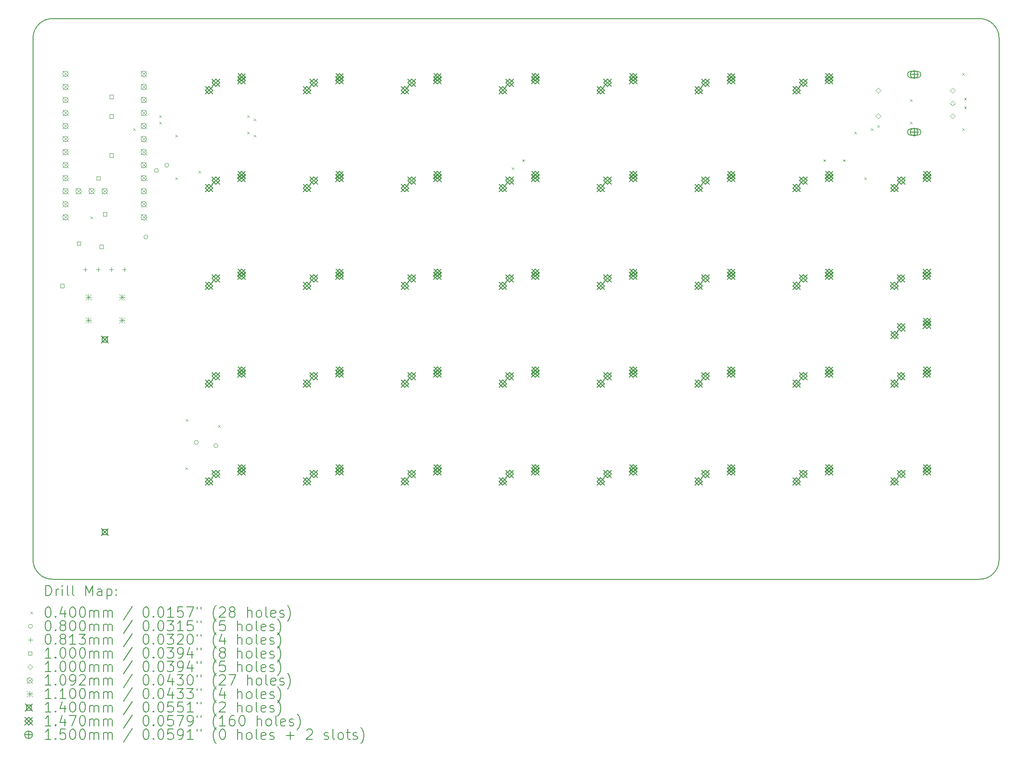
<source format=gbr>
%FSLAX45Y45*%
G04 Gerber Fmt 4.5, Leading zero omitted, Abs format (unit mm)*
G04 Created by KiCad (PCBNEW (6.0.1)) date 2022-04-05 18:46:55*
%MOMM*%
%LPD*%
G01*
G04 APERTURE LIST*
%TA.AperFunction,Profile*%
%ADD10C,0.200000*%
%TD*%
%ADD11C,0.200000*%
%ADD12C,0.040000*%
%ADD13C,0.080000*%
%ADD14C,0.081280*%
%ADD15C,0.100000*%
%ADD16C,0.109220*%
%ADD17C,0.110000*%
%ADD18C,0.140000*%
%ADD19C,0.147000*%
%ADD20C,0.150000*%
G04 APERTURE END LIST*
D10*
X26479332Y-4127668D02*
G75*
G03*
X26098332Y-3746668I-381000J0D01*
G01*
X26098332Y-14668332D02*
G75*
G03*
X26479332Y-14287332I0J381000D01*
G01*
X8064668Y-3746668D02*
X26098332Y-3746668D01*
X7683668Y-14287332D02*
X7683668Y-4127668D01*
X26098332Y-14668332D02*
X8064668Y-14668332D01*
X8064668Y-3746668D02*
G75*
G03*
X7683668Y-4127668I0J-381000D01*
G01*
X7683668Y-14287332D02*
G75*
G03*
X8064668Y-14668332I381000J0D01*
G01*
X26479332Y-4127668D02*
X26479332Y-14287332D01*
D11*
D12*
X8806500Y-7600000D02*
X8846500Y-7640000D01*
X8846500Y-7600000D02*
X8806500Y-7640000D01*
X9632000Y-5885500D02*
X9672000Y-5925500D01*
X9672000Y-5885500D02*
X9632000Y-5925500D01*
X10140000Y-5631500D02*
X10180000Y-5671500D01*
X10180000Y-5631500D02*
X10140000Y-5671500D01*
X10140000Y-5758500D02*
X10180000Y-5798500D01*
X10180000Y-5758500D02*
X10140000Y-5798500D01*
X10457500Y-6012500D02*
X10497500Y-6052500D01*
X10497500Y-6012500D02*
X10457500Y-6052500D01*
X10457500Y-6838000D02*
X10497500Y-6878000D01*
X10497500Y-6838000D02*
X10457500Y-6878000D01*
X10648000Y-12489500D02*
X10688000Y-12529500D01*
X10688000Y-12489500D02*
X10648000Y-12529500D01*
X10657000Y-11546000D02*
X10697000Y-11586000D01*
X10697000Y-11546000D02*
X10657000Y-11586000D01*
X10902000Y-6711000D02*
X10942000Y-6751000D01*
X10942000Y-6711000D02*
X10902000Y-6751000D01*
X11283000Y-11664000D02*
X11323000Y-11704000D01*
X11323000Y-11664000D02*
X11283000Y-11704000D01*
X11854500Y-5631500D02*
X11894500Y-5671500D01*
X11894500Y-5631500D02*
X11854500Y-5671500D01*
X11854500Y-5949000D02*
X11894500Y-5989000D01*
X11894500Y-5949000D02*
X11854500Y-5989000D01*
X11981500Y-5695000D02*
X12021500Y-5735000D01*
X12021500Y-5695000D02*
X11981500Y-5735000D01*
X11981500Y-6012500D02*
X12021500Y-6052500D01*
X12021500Y-6012500D02*
X11981500Y-6052500D01*
X16998000Y-6647500D02*
X17038000Y-6687500D01*
X17038000Y-6647500D02*
X16998000Y-6687500D01*
X17203602Y-6490000D02*
X17243602Y-6530000D01*
X17243602Y-6490000D02*
X17203602Y-6530000D01*
X23063500Y-6490000D02*
X23103500Y-6530000D01*
X23103500Y-6490000D02*
X23063500Y-6530000D01*
X23444500Y-6490000D02*
X23484500Y-6530000D01*
X23484500Y-6490000D02*
X23444500Y-6530000D01*
X23665500Y-5949000D02*
X23705500Y-5989000D01*
X23705500Y-5949000D02*
X23665500Y-5989000D01*
X23856000Y-6838000D02*
X23896000Y-6878000D01*
X23896000Y-6838000D02*
X23856000Y-6878000D01*
X23983000Y-5885500D02*
X24023000Y-5925500D01*
X24023000Y-5885500D02*
X23983000Y-5925500D01*
X24110000Y-5822000D02*
X24150000Y-5862000D01*
X24150000Y-5822000D02*
X24110000Y-5862000D01*
X24745000Y-5314000D02*
X24785000Y-5354000D01*
X24785000Y-5314000D02*
X24745000Y-5354000D01*
X24745000Y-5758500D02*
X24785000Y-5798500D01*
X24785000Y-5758500D02*
X24745000Y-5798500D01*
X25761000Y-4806000D02*
X25801000Y-4846000D01*
X25801000Y-4806000D02*
X25761000Y-4846000D01*
X25761000Y-5885500D02*
X25801000Y-5925500D01*
X25801000Y-5885500D02*
X25761000Y-5925500D01*
X25801750Y-5291250D02*
X25841750Y-5331250D01*
X25841750Y-5291250D02*
X25801750Y-5331250D01*
X25801750Y-5463750D02*
X25841750Y-5503750D01*
X25841750Y-5463750D02*
X25801750Y-5503750D01*
D13*
X9920600Y-8001000D02*
G75*
G03*
X9920600Y-8001000I-40000J0D01*
G01*
X10123800Y-6705600D02*
G75*
G03*
X10123800Y-6705600I-40000J0D01*
G01*
X10327000Y-6604000D02*
G75*
G03*
X10327000Y-6604000I-40000J0D01*
G01*
X10898500Y-12001500D02*
G75*
G03*
X10898500Y-12001500I-40000J0D01*
G01*
X11279500Y-12065000D02*
G75*
G03*
X11279500Y-12065000I-40000J0D01*
G01*
D14*
X8698500Y-8595360D02*
X8698500Y-8676640D01*
X8657860Y-8636000D02*
X8739140Y-8636000D01*
X8952500Y-8595360D02*
X8952500Y-8676640D01*
X8911860Y-8636000D02*
X8993140Y-8636000D01*
X9206500Y-8595360D02*
X9206500Y-8676640D01*
X9165860Y-8636000D02*
X9247140Y-8636000D01*
X9460500Y-8595360D02*
X9460500Y-8676640D01*
X9419860Y-8636000D02*
X9501140Y-8636000D01*
D15*
X8290356Y-8988856D02*
X8290356Y-8918144D01*
X8219644Y-8918144D01*
X8219644Y-8988856D01*
X8290356Y-8988856D01*
X8607856Y-8163356D02*
X8607856Y-8092644D01*
X8537144Y-8092644D01*
X8537144Y-8163356D01*
X8607856Y-8163356D01*
X8988856Y-6893356D02*
X8988856Y-6822644D01*
X8918144Y-6822644D01*
X8918144Y-6893356D01*
X8988856Y-6893356D01*
X9052356Y-8226856D02*
X9052356Y-8156144D01*
X8981644Y-8156144D01*
X8981644Y-8226856D01*
X9052356Y-8226856D01*
X9115856Y-7591856D02*
X9115856Y-7521144D01*
X9045144Y-7521144D01*
X9045144Y-7591856D01*
X9115856Y-7591856D01*
X9242856Y-5305856D02*
X9242856Y-5235144D01*
X9172144Y-5235144D01*
X9172144Y-5305856D01*
X9242856Y-5305856D01*
X9242856Y-5686856D02*
X9242856Y-5616144D01*
X9172144Y-5616144D01*
X9172144Y-5686856D01*
X9242856Y-5686856D01*
X9242856Y-6448856D02*
X9242856Y-6378144D01*
X9172144Y-6378144D01*
X9172144Y-6448856D01*
X9242856Y-6448856D01*
X24127500Y-5197000D02*
X24177500Y-5147000D01*
X24127500Y-5097000D01*
X24077500Y-5147000D01*
X24127500Y-5197000D01*
X24127500Y-5697000D02*
X24177500Y-5647000D01*
X24127500Y-5597000D01*
X24077500Y-5647000D01*
X24127500Y-5697000D01*
X25577500Y-5197000D02*
X25627500Y-5147000D01*
X25577500Y-5097000D01*
X25527500Y-5147000D01*
X25577500Y-5197000D01*
X25577500Y-5447000D02*
X25627500Y-5397000D01*
X25577500Y-5347000D01*
X25527500Y-5397000D01*
X25577500Y-5447000D01*
X25577500Y-5697000D02*
X25627500Y-5647000D01*
X25577500Y-5597000D01*
X25527500Y-5647000D01*
X25577500Y-5697000D01*
D16*
X8261120Y-4768865D02*
X8370340Y-4878085D01*
X8370340Y-4768865D02*
X8261120Y-4878085D01*
X8370340Y-4823475D02*
G75*
G03*
X8370340Y-4823475I-54610J0D01*
G01*
X8261120Y-5022865D02*
X8370340Y-5132085D01*
X8370340Y-5022865D02*
X8261120Y-5132085D01*
X8370340Y-5077475D02*
G75*
G03*
X8370340Y-5077475I-54610J0D01*
G01*
X8261120Y-5276865D02*
X8370340Y-5386085D01*
X8370340Y-5276865D02*
X8261120Y-5386085D01*
X8370340Y-5331475D02*
G75*
G03*
X8370340Y-5331475I-54610J0D01*
G01*
X8261120Y-5530865D02*
X8370340Y-5640085D01*
X8370340Y-5530865D02*
X8261120Y-5640085D01*
X8370340Y-5585475D02*
G75*
G03*
X8370340Y-5585475I-54610J0D01*
G01*
X8261120Y-5784865D02*
X8370340Y-5894085D01*
X8370340Y-5784865D02*
X8261120Y-5894085D01*
X8370340Y-5839475D02*
G75*
G03*
X8370340Y-5839475I-54610J0D01*
G01*
X8261120Y-6038865D02*
X8370340Y-6148085D01*
X8370340Y-6038865D02*
X8261120Y-6148085D01*
X8370340Y-6093475D02*
G75*
G03*
X8370340Y-6093475I-54610J0D01*
G01*
X8261120Y-6292865D02*
X8370340Y-6402085D01*
X8370340Y-6292865D02*
X8261120Y-6402085D01*
X8370340Y-6347475D02*
G75*
G03*
X8370340Y-6347475I-54610J0D01*
G01*
X8261120Y-6546865D02*
X8370340Y-6656085D01*
X8370340Y-6546865D02*
X8261120Y-6656085D01*
X8370340Y-6601475D02*
G75*
G03*
X8370340Y-6601475I-54610J0D01*
G01*
X8261120Y-6800865D02*
X8370340Y-6910085D01*
X8370340Y-6800865D02*
X8261120Y-6910085D01*
X8370340Y-6855475D02*
G75*
G03*
X8370340Y-6855475I-54610J0D01*
G01*
X8261120Y-7054865D02*
X8370340Y-7164085D01*
X8370340Y-7054865D02*
X8261120Y-7164085D01*
X8370340Y-7109475D02*
G75*
G03*
X8370340Y-7109475I-54610J0D01*
G01*
X8261120Y-7308865D02*
X8370340Y-7418085D01*
X8370340Y-7308865D02*
X8261120Y-7418085D01*
X8370340Y-7363475D02*
G75*
G03*
X8370340Y-7363475I-54610J0D01*
G01*
X8261120Y-7562865D02*
X8370340Y-7672085D01*
X8370340Y-7562865D02*
X8261120Y-7672085D01*
X8370340Y-7617475D02*
G75*
G03*
X8370340Y-7617475I-54610J0D01*
G01*
X8515120Y-7054865D02*
X8624340Y-7164085D01*
X8624340Y-7054865D02*
X8515120Y-7164085D01*
X8624340Y-7109475D02*
G75*
G03*
X8624340Y-7109475I-54610J0D01*
G01*
X8769120Y-7054865D02*
X8878340Y-7164085D01*
X8878340Y-7054865D02*
X8769120Y-7164085D01*
X8878340Y-7109475D02*
G75*
G03*
X8878340Y-7109475I-54610J0D01*
G01*
X9023120Y-7054865D02*
X9132340Y-7164085D01*
X9132340Y-7054865D02*
X9023120Y-7164085D01*
X9132340Y-7109475D02*
G75*
G03*
X9132340Y-7109475I-54610J0D01*
G01*
X9785120Y-4768865D02*
X9894340Y-4878085D01*
X9894340Y-4768865D02*
X9785120Y-4878085D01*
X9894340Y-4823475D02*
G75*
G03*
X9894340Y-4823475I-54610J0D01*
G01*
X9785120Y-5022865D02*
X9894340Y-5132085D01*
X9894340Y-5022865D02*
X9785120Y-5132085D01*
X9894340Y-5077475D02*
G75*
G03*
X9894340Y-5077475I-54610J0D01*
G01*
X9785120Y-5276865D02*
X9894340Y-5386085D01*
X9894340Y-5276865D02*
X9785120Y-5386085D01*
X9894340Y-5331475D02*
G75*
G03*
X9894340Y-5331475I-54610J0D01*
G01*
X9785120Y-5530865D02*
X9894340Y-5640085D01*
X9894340Y-5530865D02*
X9785120Y-5640085D01*
X9894340Y-5585475D02*
G75*
G03*
X9894340Y-5585475I-54610J0D01*
G01*
X9785120Y-5784865D02*
X9894340Y-5894085D01*
X9894340Y-5784865D02*
X9785120Y-5894085D01*
X9894340Y-5839475D02*
G75*
G03*
X9894340Y-5839475I-54610J0D01*
G01*
X9785120Y-6038865D02*
X9894340Y-6148085D01*
X9894340Y-6038865D02*
X9785120Y-6148085D01*
X9894340Y-6093475D02*
G75*
G03*
X9894340Y-6093475I-54610J0D01*
G01*
X9785120Y-6292865D02*
X9894340Y-6402085D01*
X9894340Y-6292865D02*
X9785120Y-6402085D01*
X9894340Y-6347475D02*
G75*
G03*
X9894340Y-6347475I-54610J0D01*
G01*
X9785120Y-6546865D02*
X9894340Y-6656085D01*
X9894340Y-6546865D02*
X9785120Y-6656085D01*
X9894340Y-6601475D02*
G75*
G03*
X9894340Y-6601475I-54610J0D01*
G01*
X9785120Y-6800865D02*
X9894340Y-6910085D01*
X9894340Y-6800865D02*
X9785120Y-6910085D01*
X9894340Y-6855475D02*
G75*
G03*
X9894340Y-6855475I-54610J0D01*
G01*
X9785120Y-7054865D02*
X9894340Y-7164085D01*
X9894340Y-7054865D02*
X9785120Y-7164085D01*
X9894340Y-7109475D02*
G75*
G03*
X9894340Y-7109475I-54610J0D01*
G01*
X9785120Y-7308865D02*
X9894340Y-7418085D01*
X9894340Y-7308865D02*
X9785120Y-7418085D01*
X9894340Y-7363475D02*
G75*
G03*
X9894340Y-7363475I-54610J0D01*
G01*
X9785120Y-7562865D02*
X9894340Y-7672085D01*
X9894340Y-7562865D02*
X9785120Y-7672085D01*
X9894340Y-7617475D02*
G75*
G03*
X9894340Y-7617475I-54610J0D01*
G01*
D17*
X8708000Y-9118000D02*
X8818000Y-9228000D01*
X8818000Y-9118000D02*
X8708000Y-9228000D01*
X8763000Y-9118000D02*
X8763000Y-9228000D01*
X8708000Y-9173000D02*
X8818000Y-9173000D01*
X8708000Y-9568000D02*
X8818000Y-9678000D01*
X8818000Y-9568000D02*
X8708000Y-9678000D01*
X8763000Y-9568000D02*
X8763000Y-9678000D01*
X8708000Y-9623000D02*
X8818000Y-9623000D01*
X9358000Y-9118000D02*
X9468000Y-9228000D01*
X9468000Y-9118000D02*
X9358000Y-9228000D01*
X9413000Y-9118000D02*
X9413000Y-9228000D01*
X9358000Y-9173000D02*
X9468000Y-9173000D01*
X9358000Y-9568000D02*
X9468000Y-9678000D01*
X9468000Y-9568000D02*
X9358000Y-9678000D01*
X9413000Y-9568000D02*
X9413000Y-9678000D01*
X9358000Y-9623000D02*
X9468000Y-9623000D01*
D18*
X9010500Y-9929500D02*
X9150500Y-10069500D01*
X9150500Y-9929500D02*
X9010500Y-10069500D01*
X9129998Y-10048998D02*
X9129998Y-9950002D01*
X9031002Y-9950002D01*
X9031002Y-10048998D01*
X9129998Y-10048998D01*
X9010500Y-13679500D02*
X9150500Y-13819500D01*
X9150500Y-13679500D02*
X9010500Y-13819500D01*
X9129998Y-13798998D02*
X9129998Y-13700002D01*
X9031002Y-13700002D01*
X9031002Y-13798998D01*
X9129998Y-13798998D01*
D19*
X11036230Y-5070800D02*
X11183230Y-5217800D01*
X11183230Y-5070800D02*
X11036230Y-5217800D01*
X11109730Y-5217800D02*
X11183230Y-5144300D01*
X11109730Y-5070800D01*
X11036230Y-5144300D01*
X11109730Y-5217800D01*
X11036230Y-6975800D02*
X11183230Y-7122800D01*
X11183230Y-6975800D02*
X11036230Y-7122800D01*
X11109730Y-7122800D02*
X11183230Y-7049300D01*
X11109730Y-6975800D01*
X11036230Y-7049300D01*
X11109730Y-7122800D01*
X11036230Y-8880800D02*
X11183230Y-9027800D01*
X11183230Y-8880800D02*
X11036230Y-9027800D01*
X11109730Y-9027800D02*
X11183230Y-8954300D01*
X11109730Y-8880800D01*
X11036230Y-8954300D01*
X11109730Y-9027800D01*
X11036230Y-10785800D02*
X11183230Y-10932800D01*
X11183230Y-10785800D02*
X11036230Y-10932800D01*
X11109730Y-10932800D02*
X11183230Y-10859300D01*
X11109730Y-10785800D01*
X11036230Y-10859300D01*
X11109730Y-10932800D01*
X11036230Y-12690800D02*
X11183230Y-12837800D01*
X11183230Y-12690800D02*
X11036230Y-12837800D01*
X11109730Y-12837800D02*
X11183230Y-12764300D01*
X11109730Y-12690800D01*
X11036230Y-12764300D01*
X11109730Y-12837800D01*
X11167230Y-4924800D02*
X11314230Y-5071800D01*
X11314230Y-4924800D02*
X11167230Y-5071800D01*
X11240730Y-5071800D02*
X11314230Y-4998300D01*
X11240730Y-4924800D01*
X11167230Y-4998300D01*
X11240730Y-5071800D01*
X11167230Y-6829800D02*
X11314230Y-6976800D01*
X11314230Y-6829800D02*
X11167230Y-6976800D01*
X11240730Y-6976800D02*
X11314230Y-6903300D01*
X11240730Y-6829800D01*
X11167230Y-6903300D01*
X11240730Y-6976800D01*
X11167230Y-8734800D02*
X11314230Y-8881800D01*
X11314230Y-8734800D02*
X11167230Y-8881800D01*
X11240730Y-8881800D02*
X11314230Y-8808300D01*
X11240730Y-8734800D01*
X11167230Y-8808300D01*
X11240730Y-8881800D01*
X11167230Y-10639800D02*
X11314230Y-10786800D01*
X11314230Y-10639800D02*
X11167230Y-10786800D01*
X11240730Y-10786800D02*
X11314230Y-10713300D01*
X11240730Y-10639800D01*
X11167230Y-10713300D01*
X11240730Y-10786800D01*
X11167230Y-12544800D02*
X11314230Y-12691800D01*
X11314230Y-12544800D02*
X11167230Y-12691800D01*
X11240730Y-12691800D02*
X11314230Y-12618300D01*
X11240730Y-12544800D01*
X11167230Y-12618300D01*
X11240730Y-12691800D01*
X11667230Y-4874800D02*
X11814230Y-5021800D01*
X11814230Y-4874800D02*
X11667230Y-5021800D01*
X11740730Y-5021800D02*
X11814230Y-4948300D01*
X11740730Y-4874800D01*
X11667230Y-4948300D01*
X11740730Y-5021800D01*
X11667230Y-6779800D02*
X11814230Y-6926800D01*
X11814230Y-6779800D02*
X11667230Y-6926800D01*
X11740730Y-6926800D02*
X11814230Y-6853300D01*
X11740730Y-6779800D01*
X11667230Y-6853300D01*
X11740730Y-6926800D01*
X11667230Y-8684800D02*
X11814230Y-8831800D01*
X11814230Y-8684800D02*
X11667230Y-8831800D01*
X11740730Y-8831800D02*
X11814230Y-8758300D01*
X11740730Y-8684800D01*
X11667230Y-8758300D01*
X11740730Y-8831800D01*
X11667230Y-10589800D02*
X11814230Y-10736800D01*
X11814230Y-10589800D02*
X11667230Y-10736800D01*
X11740730Y-10736800D02*
X11814230Y-10663300D01*
X11740730Y-10589800D01*
X11667230Y-10663300D01*
X11740730Y-10736800D01*
X11667230Y-12494800D02*
X11814230Y-12641800D01*
X11814230Y-12494800D02*
X11667230Y-12641800D01*
X11740730Y-12641800D02*
X11814230Y-12568300D01*
X11740730Y-12494800D01*
X11667230Y-12568300D01*
X11740730Y-12641800D01*
X11671230Y-4816800D02*
X11818230Y-4963800D01*
X11818230Y-4816800D02*
X11671230Y-4963800D01*
X11744730Y-4963800D02*
X11818230Y-4890300D01*
X11744730Y-4816800D01*
X11671230Y-4890300D01*
X11744730Y-4963800D01*
X11671230Y-6721800D02*
X11818230Y-6868800D01*
X11818230Y-6721800D02*
X11671230Y-6868800D01*
X11744730Y-6868800D02*
X11818230Y-6795300D01*
X11744730Y-6721800D01*
X11671230Y-6795300D01*
X11744730Y-6868800D01*
X11671230Y-8626800D02*
X11818230Y-8773800D01*
X11818230Y-8626800D02*
X11671230Y-8773800D01*
X11744730Y-8773800D02*
X11818230Y-8700300D01*
X11744730Y-8626800D01*
X11671230Y-8700300D01*
X11744730Y-8773800D01*
X11671230Y-10531800D02*
X11818230Y-10678800D01*
X11818230Y-10531800D02*
X11671230Y-10678800D01*
X11744730Y-10678800D02*
X11818230Y-10605300D01*
X11744730Y-10531800D01*
X11671230Y-10605300D01*
X11744730Y-10678800D01*
X11671230Y-12436800D02*
X11818230Y-12583800D01*
X11818230Y-12436800D02*
X11671230Y-12583800D01*
X11744730Y-12583800D02*
X11818230Y-12510300D01*
X11744730Y-12436800D01*
X11671230Y-12510300D01*
X11744730Y-12583800D01*
X12941230Y-5070800D02*
X13088230Y-5217800D01*
X13088230Y-5070800D02*
X12941230Y-5217800D01*
X13014730Y-5217800D02*
X13088230Y-5144300D01*
X13014730Y-5070800D01*
X12941230Y-5144300D01*
X13014730Y-5217800D01*
X12941230Y-6975800D02*
X13088230Y-7122800D01*
X13088230Y-6975800D02*
X12941230Y-7122800D01*
X13014730Y-7122800D02*
X13088230Y-7049300D01*
X13014730Y-6975800D01*
X12941230Y-7049300D01*
X13014730Y-7122800D01*
X12941230Y-8880800D02*
X13088230Y-9027800D01*
X13088230Y-8880800D02*
X12941230Y-9027800D01*
X13014730Y-9027800D02*
X13088230Y-8954300D01*
X13014730Y-8880800D01*
X12941230Y-8954300D01*
X13014730Y-9027800D01*
X12941230Y-10785800D02*
X13088230Y-10932800D01*
X13088230Y-10785800D02*
X12941230Y-10932800D01*
X13014730Y-10932800D02*
X13088230Y-10859300D01*
X13014730Y-10785800D01*
X12941230Y-10859300D01*
X13014730Y-10932800D01*
X12941230Y-12690800D02*
X13088230Y-12837800D01*
X13088230Y-12690800D02*
X12941230Y-12837800D01*
X13014730Y-12837800D02*
X13088230Y-12764300D01*
X13014730Y-12690800D01*
X12941230Y-12764300D01*
X13014730Y-12837800D01*
X13072230Y-4924800D02*
X13219230Y-5071800D01*
X13219230Y-4924800D02*
X13072230Y-5071800D01*
X13145730Y-5071800D02*
X13219230Y-4998300D01*
X13145730Y-4924800D01*
X13072230Y-4998300D01*
X13145730Y-5071800D01*
X13072230Y-6829800D02*
X13219230Y-6976800D01*
X13219230Y-6829800D02*
X13072230Y-6976800D01*
X13145730Y-6976800D02*
X13219230Y-6903300D01*
X13145730Y-6829800D01*
X13072230Y-6903300D01*
X13145730Y-6976800D01*
X13072230Y-8734800D02*
X13219230Y-8881800D01*
X13219230Y-8734800D02*
X13072230Y-8881800D01*
X13145730Y-8881800D02*
X13219230Y-8808300D01*
X13145730Y-8734800D01*
X13072230Y-8808300D01*
X13145730Y-8881800D01*
X13072230Y-10639800D02*
X13219230Y-10786800D01*
X13219230Y-10639800D02*
X13072230Y-10786800D01*
X13145730Y-10786800D02*
X13219230Y-10713300D01*
X13145730Y-10639800D01*
X13072230Y-10713300D01*
X13145730Y-10786800D01*
X13072230Y-12544800D02*
X13219230Y-12691800D01*
X13219230Y-12544800D02*
X13072230Y-12691800D01*
X13145730Y-12691800D02*
X13219230Y-12618300D01*
X13145730Y-12544800D01*
X13072230Y-12618300D01*
X13145730Y-12691800D01*
X13572230Y-4874800D02*
X13719230Y-5021800D01*
X13719230Y-4874800D02*
X13572230Y-5021800D01*
X13645730Y-5021800D02*
X13719230Y-4948300D01*
X13645730Y-4874800D01*
X13572230Y-4948300D01*
X13645730Y-5021800D01*
X13572230Y-6779800D02*
X13719230Y-6926800D01*
X13719230Y-6779800D02*
X13572230Y-6926800D01*
X13645730Y-6926800D02*
X13719230Y-6853300D01*
X13645730Y-6779800D01*
X13572230Y-6853300D01*
X13645730Y-6926800D01*
X13572230Y-8684800D02*
X13719230Y-8831800D01*
X13719230Y-8684800D02*
X13572230Y-8831800D01*
X13645730Y-8831800D02*
X13719230Y-8758300D01*
X13645730Y-8684800D01*
X13572230Y-8758300D01*
X13645730Y-8831800D01*
X13572230Y-10589800D02*
X13719230Y-10736800D01*
X13719230Y-10589800D02*
X13572230Y-10736800D01*
X13645730Y-10736800D02*
X13719230Y-10663300D01*
X13645730Y-10589800D01*
X13572230Y-10663300D01*
X13645730Y-10736800D01*
X13572230Y-12494800D02*
X13719230Y-12641800D01*
X13719230Y-12494800D02*
X13572230Y-12641800D01*
X13645730Y-12641800D02*
X13719230Y-12568300D01*
X13645730Y-12494800D01*
X13572230Y-12568300D01*
X13645730Y-12641800D01*
X13576230Y-4816800D02*
X13723230Y-4963800D01*
X13723230Y-4816800D02*
X13576230Y-4963800D01*
X13649730Y-4963800D02*
X13723230Y-4890300D01*
X13649730Y-4816800D01*
X13576230Y-4890300D01*
X13649730Y-4963800D01*
X13576230Y-6721800D02*
X13723230Y-6868800D01*
X13723230Y-6721800D02*
X13576230Y-6868800D01*
X13649730Y-6868800D02*
X13723230Y-6795300D01*
X13649730Y-6721800D01*
X13576230Y-6795300D01*
X13649730Y-6868800D01*
X13576230Y-8626800D02*
X13723230Y-8773800D01*
X13723230Y-8626800D02*
X13576230Y-8773800D01*
X13649730Y-8773800D02*
X13723230Y-8700300D01*
X13649730Y-8626800D01*
X13576230Y-8700300D01*
X13649730Y-8773800D01*
X13576230Y-10531800D02*
X13723230Y-10678800D01*
X13723230Y-10531800D02*
X13576230Y-10678800D01*
X13649730Y-10678800D02*
X13723230Y-10605300D01*
X13649730Y-10531800D01*
X13576230Y-10605300D01*
X13649730Y-10678800D01*
X13576230Y-12436800D02*
X13723230Y-12583800D01*
X13723230Y-12436800D02*
X13576230Y-12583800D01*
X13649730Y-12583800D02*
X13723230Y-12510300D01*
X13649730Y-12436800D01*
X13576230Y-12510300D01*
X13649730Y-12583800D01*
X14846230Y-5070800D02*
X14993230Y-5217800D01*
X14993230Y-5070800D02*
X14846230Y-5217800D01*
X14919730Y-5217800D02*
X14993230Y-5144300D01*
X14919730Y-5070800D01*
X14846230Y-5144300D01*
X14919730Y-5217800D01*
X14846230Y-6975800D02*
X14993230Y-7122800D01*
X14993230Y-6975800D02*
X14846230Y-7122800D01*
X14919730Y-7122800D02*
X14993230Y-7049300D01*
X14919730Y-6975800D01*
X14846230Y-7049300D01*
X14919730Y-7122800D01*
X14846230Y-8880800D02*
X14993230Y-9027800D01*
X14993230Y-8880800D02*
X14846230Y-9027800D01*
X14919730Y-9027800D02*
X14993230Y-8954300D01*
X14919730Y-8880800D01*
X14846230Y-8954300D01*
X14919730Y-9027800D01*
X14846230Y-10785800D02*
X14993230Y-10932800D01*
X14993230Y-10785800D02*
X14846230Y-10932800D01*
X14919730Y-10932800D02*
X14993230Y-10859300D01*
X14919730Y-10785800D01*
X14846230Y-10859300D01*
X14919730Y-10932800D01*
X14846230Y-12690800D02*
X14993230Y-12837800D01*
X14993230Y-12690800D02*
X14846230Y-12837800D01*
X14919730Y-12837800D02*
X14993230Y-12764300D01*
X14919730Y-12690800D01*
X14846230Y-12764300D01*
X14919730Y-12837800D01*
X14977230Y-4924800D02*
X15124230Y-5071800D01*
X15124230Y-4924800D02*
X14977230Y-5071800D01*
X15050730Y-5071800D02*
X15124230Y-4998300D01*
X15050730Y-4924800D01*
X14977230Y-4998300D01*
X15050730Y-5071800D01*
X14977230Y-6829800D02*
X15124230Y-6976800D01*
X15124230Y-6829800D02*
X14977230Y-6976800D01*
X15050730Y-6976800D02*
X15124230Y-6903300D01*
X15050730Y-6829800D01*
X14977230Y-6903300D01*
X15050730Y-6976800D01*
X14977230Y-8734800D02*
X15124230Y-8881800D01*
X15124230Y-8734800D02*
X14977230Y-8881800D01*
X15050730Y-8881800D02*
X15124230Y-8808300D01*
X15050730Y-8734800D01*
X14977230Y-8808300D01*
X15050730Y-8881800D01*
X14977230Y-10639800D02*
X15124230Y-10786800D01*
X15124230Y-10639800D02*
X14977230Y-10786800D01*
X15050730Y-10786800D02*
X15124230Y-10713300D01*
X15050730Y-10639800D01*
X14977230Y-10713300D01*
X15050730Y-10786800D01*
X14977230Y-12544800D02*
X15124230Y-12691800D01*
X15124230Y-12544800D02*
X14977230Y-12691800D01*
X15050730Y-12691800D02*
X15124230Y-12618300D01*
X15050730Y-12544800D01*
X14977230Y-12618300D01*
X15050730Y-12691800D01*
X15477230Y-4874800D02*
X15624230Y-5021800D01*
X15624230Y-4874800D02*
X15477230Y-5021800D01*
X15550730Y-5021800D02*
X15624230Y-4948300D01*
X15550730Y-4874800D01*
X15477230Y-4948300D01*
X15550730Y-5021800D01*
X15477230Y-6779800D02*
X15624230Y-6926800D01*
X15624230Y-6779800D02*
X15477230Y-6926800D01*
X15550730Y-6926800D02*
X15624230Y-6853300D01*
X15550730Y-6779800D01*
X15477230Y-6853300D01*
X15550730Y-6926800D01*
X15477230Y-8684800D02*
X15624230Y-8831800D01*
X15624230Y-8684800D02*
X15477230Y-8831800D01*
X15550730Y-8831800D02*
X15624230Y-8758300D01*
X15550730Y-8684800D01*
X15477230Y-8758300D01*
X15550730Y-8831800D01*
X15477230Y-10589800D02*
X15624230Y-10736800D01*
X15624230Y-10589800D02*
X15477230Y-10736800D01*
X15550730Y-10736800D02*
X15624230Y-10663300D01*
X15550730Y-10589800D01*
X15477230Y-10663300D01*
X15550730Y-10736800D01*
X15477230Y-12494800D02*
X15624230Y-12641800D01*
X15624230Y-12494800D02*
X15477230Y-12641800D01*
X15550730Y-12641800D02*
X15624230Y-12568300D01*
X15550730Y-12494800D01*
X15477230Y-12568300D01*
X15550730Y-12641800D01*
X15481230Y-4816800D02*
X15628230Y-4963800D01*
X15628230Y-4816800D02*
X15481230Y-4963800D01*
X15554730Y-4963800D02*
X15628230Y-4890300D01*
X15554730Y-4816800D01*
X15481230Y-4890300D01*
X15554730Y-4963800D01*
X15481230Y-6721800D02*
X15628230Y-6868800D01*
X15628230Y-6721800D02*
X15481230Y-6868800D01*
X15554730Y-6868800D02*
X15628230Y-6795300D01*
X15554730Y-6721800D01*
X15481230Y-6795300D01*
X15554730Y-6868800D01*
X15481230Y-8626800D02*
X15628230Y-8773800D01*
X15628230Y-8626800D02*
X15481230Y-8773800D01*
X15554730Y-8773800D02*
X15628230Y-8700300D01*
X15554730Y-8626800D01*
X15481230Y-8700300D01*
X15554730Y-8773800D01*
X15481230Y-10531800D02*
X15628230Y-10678800D01*
X15628230Y-10531800D02*
X15481230Y-10678800D01*
X15554730Y-10678800D02*
X15628230Y-10605300D01*
X15554730Y-10531800D01*
X15481230Y-10605300D01*
X15554730Y-10678800D01*
X15481230Y-12436800D02*
X15628230Y-12583800D01*
X15628230Y-12436800D02*
X15481230Y-12583800D01*
X15554730Y-12583800D02*
X15628230Y-12510300D01*
X15554730Y-12436800D01*
X15481230Y-12510300D01*
X15554730Y-12583800D01*
X16751230Y-5070800D02*
X16898230Y-5217800D01*
X16898230Y-5070800D02*
X16751230Y-5217800D01*
X16824730Y-5217800D02*
X16898230Y-5144300D01*
X16824730Y-5070800D01*
X16751230Y-5144300D01*
X16824730Y-5217800D01*
X16751230Y-6975800D02*
X16898230Y-7122800D01*
X16898230Y-6975800D02*
X16751230Y-7122800D01*
X16824730Y-7122800D02*
X16898230Y-7049300D01*
X16824730Y-6975800D01*
X16751230Y-7049300D01*
X16824730Y-7122800D01*
X16751230Y-8880800D02*
X16898230Y-9027800D01*
X16898230Y-8880800D02*
X16751230Y-9027800D01*
X16824730Y-9027800D02*
X16898230Y-8954300D01*
X16824730Y-8880800D01*
X16751230Y-8954300D01*
X16824730Y-9027800D01*
X16751230Y-10785800D02*
X16898230Y-10932800D01*
X16898230Y-10785800D02*
X16751230Y-10932800D01*
X16824730Y-10932800D02*
X16898230Y-10859300D01*
X16824730Y-10785800D01*
X16751230Y-10859300D01*
X16824730Y-10932800D01*
X16751230Y-12690800D02*
X16898230Y-12837800D01*
X16898230Y-12690800D02*
X16751230Y-12837800D01*
X16824730Y-12837800D02*
X16898230Y-12764300D01*
X16824730Y-12690800D01*
X16751230Y-12764300D01*
X16824730Y-12837800D01*
X16882230Y-4924800D02*
X17029230Y-5071800D01*
X17029230Y-4924800D02*
X16882230Y-5071800D01*
X16955730Y-5071800D02*
X17029230Y-4998300D01*
X16955730Y-4924800D01*
X16882230Y-4998300D01*
X16955730Y-5071800D01*
X16882230Y-6829800D02*
X17029230Y-6976800D01*
X17029230Y-6829800D02*
X16882230Y-6976800D01*
X16955730Y-6976800D02*
X17029230Y-6903300D01*
X16955730Y-6829800D01*
X16882230Y-6903300D01*
X16955730Y-6976800D01*
X16882230Y-8734800D02*
X17029230Y-8881800D01*
X17029230Y-8734800D02*
X16882230Y-8881800D01*
X16955730Y-8881800D02*
X17029230Y-8808300D01*
X16955730Y-8734800D01*
X16882230Y-8808300D01*
X16955730Y-8881800D01*
X16882230Y-10639800D02*
X17029230Y-10786800D01*
X17029230Y-10639800D02*
X16882230Y-10786800D01*
X16955730Y-10786800D02*
X17029230Y-10713300D01*
X16955730Y-10639800D01*
X16882230Y-10713300D01*
X16955730Y-10786800D01*
X16882230Y-12544800D02*
X17029230Y-12691800D01*
X17029230Y-12544800D02*
X16882230Y-12691800D01*
X16955730Y-12691800D02*
X17029230Y-12618300D01*
X16955730Y-12544800D01*
X16882230Y-12618300D01*
X16955730Y-12691800D01*
X17382230Y-4874800D02*
X17529230Y-5021800D01*
X17529230Y-4874800D02*
X17382230Y-5021800D01*
X17455730Y-5021800D02*
X17529230Y-4948300D01*
X17455730Y-4874800D01*
X17382230Y-4948300D01*
X17455730Y-5021800D01*
X17382230Y-6779800D02*
X17529230Y-6926800D01*
X17529230Y-6779800D02*
X17382230Y-6926800D01*
X17455730Y-6926800D02*
X17529230Y-6853300D01*
X17455730Y-6779800D01*
X17382230Y-6853300D01*
X17455730Y-6926800D01*
X17382230Y-8684800D02*
X17529230Y-8831800D01*
X17529230Y-8684800D02*
X17382230Y-8831800D01*
X17455730Y-8831800D02*
X17529230Y-8758300D01*
X17455730Y-8684800D01*
X17382230Y-8758300D01*
X17455730Y-8831800D01*
X17382230Y-10589800D02*
X17529230Y-10736800D01*
X17529230Y-10589800D02*
X17382230Y-10736800D01*
X17455730Y-10736800D02*
X17529230Y-10663300D01*
X17455730Y-10589800D01*
X17382230Y-10663300D01*
X17455730Y-10736800D01*
X17382230Y-12494800D02*
X17529230Y-12641800D01*
X17529230Y-12494800D02*
X17382230Y-12641800D01*
X17455730Y-12641800D02*
X17529230Y-12568300D01*
X17455730Y-12494800D01*
X17382230Y-12568300D01*
X17455730Y-12641800D01*
X17386230Y-4816800D02*
X17533230Y-4963800D01*
X17533230Y-4816800D02*
X17386230Y-4963800D01*
X17459730Y-4963800D02*
X17533230Y-4890300D01*
X17459730Y-4816800D01*
X17386230Y-4890300D01*
X17459730Y-4963800D01*
X17386230Y-6721800D02*
X17533230Y-6868800D01*
X17533230Y-6721800D02*
X17386230Y-6868800D01*
X17459730Y-6868800D02*
X17533230Y-6795300D01*
X17459730Y-6721800D01*
X17386230Y-6795300D01*
X17459730Y-6868800D01*
X17386230Y-8626800D02*
X17533230Y-8773800D01*
X17533230Y-8626800D02*
X17386230Y-8773800D01*
X17459730Y-8773800D02*
X17533230Y-8700300D01*
X17459730Y-8626800D01*
X17386230Y-8700300D01*
X17459730Y-8773800D01*
X17386230Y-10531800D02*
X17533230Y-10678800D01*
X17533230Y-10531800D02*
X17386230Y-10678800D01*
X17459730Y-10678800D02*
X17533230Y-10605300D01*
X17459730Y-10531800D01*
X17386230Y-10605300D01*
X17459730Y-10678800D01*
X17386230Y-12436800D02*
X17533230Y-12583800D01*
X17533230Y-12436800D02*
X17386230Y-12583800D01*
X17459730Y-12583800D02*
X17533230Y-12510300D01*
X17459730Y-12436800D01*
X17386230Y-12510300D01*
X17459730Y-12583800D01*
X18656230Y-5070800D02*
X18803230Y-5217800D01*
X18803230Y-5070800D02*
X18656230Y-5217800D01*
X18729730Y-5217800D02*
X18803230Y-5144300D01*
X18729730Y-5070800D01*
X18656230Y-5144300D01*
X18729730Y-5217800D01*
X18656230Y-6975800D02*
X18803230Y-7122800D01*
X18803230Y-6975800D02*
X18656230Y-7122800D01*
X18729730Y-7122800D02*
X18803230Y-7049300D01*
X18729730Y-6975800D01*
X18656230Y-7049300D01*
X18729730Y-7122800D01*
X18656230Y-8880800D02*
X18803230Y-9027800D01*
X18803230Y-8880800D02*
X18656230Y-9027800D01*
X18729730Y-9027800D02*
X18803230Y-8954300D01*
X18729730Y-8880800D01*
X18656230Y-8954300D01*
X18729730Y-9027800D01*
X18656230Y-10785800D02*
X18803230Y-10932800D01*
X18803230Y-10785800D02*
X18656230Y-10932800D01*
X18729730Y-10932800D02*
X18803230Y-10859300D01*
X18729730Y-10785800D01*
X18656230Y-10859300D01*
X18729730Y-10932800D01*
X18656230Y-12690800D02*
X18803230Y-12837800D01*
X18803230Y-12690800D02*
X18656230Y-12837800D01*
X18729730Y-12837800D02*
X18803230Y-12764300D01*
X18729730Y-12690800D01*
X18656230Y-12764300D01*
X18729730Y-12837800D01*
X18787230Y-4924800D02*
X18934230Y-5071800D01*
X18934230Y-4924800D02*
X18787230Y-5071800D01*
X18860730Y-5071800D02*
X18934230Y-4998300D01*
X18860730Y-4924800D01*
X18787230Y-4998300D01*
X18860730Y-5071800D01*
X18787230Y-6829800D02*
X18934230Y-6976800D01*
X18934230Y-6829800D02*
X18787230Y-6976800D01*
X18860730Y-6976800D02*
X18934230Y-6903300D01*
X18860730Y-6829800D01*
X18787230Y-6903300D01*
X18860730Y-6976800D01*
X18787230Y-8734800D02*
X18934230Y-8881800D01*
X18934230Y-8734800D02*
X18787230Y-8881800D01*
X18860730Y-8881800D02*
X18934230Y-8808300D01*
X18860730Y-8734800D01*
X18787230Y-8808300D01*
X18860730Y-8881800D01*
X18787230Y-10639800D02*
X18934230Y-10786800D01*
X18934230Y-10639800D02*
X18787230Y-10786800D01*
X18860730Y-10786800D02*
X18934230Y-10713300D01*
X18860730Y-10639800D01*
X18787230Y-10713300D01*
X18860730Y-10786800D01*
X18787230Y-12544800D02*
X18934230Y-12691800D01*
X18934230Y-12544800D02*
X18787230Y-12691800D01*
X18860730Y-12691800D02*
X18934230Y-12618300D01*
X18860730Y-12544800D01*
X18787230Y-12618300D01*
X18860730Y-12691800D01*
X19287230Y-4874800D02*
X19434230Y-5021800D01*
X19434230Y-4874800D02*
X19287230Y-5021800D01*
X19360730Y-5021800D02*
X19434230Y-4948300D01*
X19360730Y-4874800D01*
X19287230Y-4948300D01*
X19360730Y-5021800D01*
X19287230Y-6779800D02*
X19434230Y-6926800D01*
X19434230Y-6779800D02*
X19287230Y-6926800D01*
X19360730Y-6926800D02*
X19434230Y-6853300D01*
X19360730Y-6779800D01*
X19287230Y-6853300D01*
X19360730Y-6926800D01*
X19287230Y-8684800D02*
X19434230Y-8831800D01*
X19434230Y-8684800D02*
X19287230Y-8831800D01*
X19360730Y-8831800D02*
X19434230Y-8758300D01*
X19360730Y-8684800D01*
X19287230Y-8758300D01*
X19360730Y-8831800D01*
X19287230Y-10589800D02*
X19434230Y-10736800D01*
X19434230Y-10589800D02*
X19287230Y-10736800D01*
X19360730Y-10736800D02*
X19434230Y-10663300D01*
X19360730Y-10589800D01*
X19287230Y-10663300D01*
X19360730Y-10736800D01*
X19287230Y-12494800D02*
X19434230Y-12641800D01*
X19434230Y-12494800D02*
X19287230Y-12641800D01*
X19360730Y-12641800D02*
X19434230Y-12568300D01*
X19360730Y-12494800D01*
X19287230Y-12568300D01*
X19360730Y-12641800D01*
X19291230Y-4816800D02*
X19438230Y-4963800D01*
X19438230Y-4816800D02*
X19291230Y-4963800D01*
X19364730Y-4963800D02*
X19438230Y-4890300D01*
X19364730Y-4816800D01*
X19291230Y-4890300D01*
X19364730Y-4963800D01*
X19291230Y-6721800D02*
X19438230Y-6868800D01*
X19438230Y-6721800D02*
X19291230Y-6868800D01*
X19364730Y-6868800D02*
X19438230Y-6795300D01*
X19364730Y-6721800D01*
X19291230Y-6795300D01*
X19364730Y-6868800D01*
X19291230Y-8626800D02*
X19438230Y-8773800D01*
X19438230Y-8626800D02*
X19291230Y-8773800D01*
X19364730Y-8773800D02*
X19438230Y-8700300D01*
X19364730Y-8626800D01*
X19291230Y-8700300D01*
X19364730Y-8773800D01*
X19291230Y-10531800D02*
X19438230Y-10678800D01*
X19438230Y-10531800D02*
X19291230Y-10678800D01*
X19364730Y-10678800D02*
X19438230Y-10605300D01*
X19364730Y-10531800D01*
X19291230Y-10605300D01*
X19364730Y-10678800D01*
X19291230Y-12436800D02*
X19438230Y-12583800D01*
X19438230Y-12436800D02*
X19291230Y-12583800D01*
X19364730Y-12583800D02*
X19438230Y-12510300D01*
X19364730Y-12436800D01*
X19291230Y-12510300D01*
X19364730Y-12583800D01*
X20561230Y-5070800D02*
X20708230Y-5217800D01*
X20708230Y-5070800D02*
X20561230Y-5217800D01*
X20634730Y-5217800D02*
X20708230Y-5144300D01*
X20634730Y-5070800D01*
X20561230Y-5144300D01*
X20634730Y-5217800D01*
X20561230Y-6975800D02*
X20708230Y-7122800D01*
X20708230Y-6975800D02*
X20561230Y-7122800D01*
X20634730Y-7122800D02*
X20708230Y-7049300D01*
X20634730Y-6975800D01*
X20561230Y-7049300D01*
X20634730Y-7122800D01*
X20561230Y-8880800D02*
X20708230Y-9027800D01*
X20708230Y-8880800D02*
X20561230Y-9027800D01*
X20634730Y-9027800D02*
X20708230Y-8954300D01*
X20634730Y-8880800D01*
X20561230Y-8954300D01*
X20634730Y-9027800D01*
X20561230Y-10785800D02*
X20708230Y-10932800D01*
X20708230Y-10785800D02*
X20561230Y-10932800D01*
X20634730Y-10932800D02*
X20708230Y-10859300D01*
X20634730Y-10785800D01*
X20561230Y-10859300D01*
X20634730Y-10932800D01*
X20561230Y-12690800D02*
X20708230Y-12837800D01*
X20708230Y-12690800D02*
X20561230Y-12837800D01*
X20634730Y-12837800D02*
X20708230Y-12764300D01*
X20634730Y-12690800D01*
X20561230Y-12764300D01*
X20634730Y-12837800D01*
X20692230Y-4924800D02*
X20839230Y-5071800D01*
X20839230Y-4924800D02*
X20692230Y-5071800D01*
X20765730Y-5071800D02*
X20839230Y-4998300D01*
X20765730Y-4924800D01*
X20692230Y-4998300D01*
X20765730Y-5071800D01*
X20692230Y-6829800D02*
X20839230Y-6976800D01*
X20839230Y-6829800D02*
X20692230Y-6976800D01*
X20765730Y-6976800D02*
X20839230Y-6903300D01*
X20765730Y-6829800D01*
X20692230Y-6903300D01*
X20765730Y-6976800D01*
X20692230Y-8734800D02*
X20839230Y-8881800D01*
X20839230Y-8734800D02*
X20692230Y-8881800D01*
X20765730Y-8881800D02*
X20839230Y-8808300D01*
X20765730Y-8734800D01*
X20692230Y-8808300D01*
X20765730Y-8881800D01*
X20692230Y-10639800D02*
X20839230Y-10786800D01*
X20839230Y-10639800D02*
X20692230Y-10786800D01*
X20765730Y-10786800D02*
X20839230Y-10713300D01*
X20765730Y-10639800D01*
X20692230Y-10713300D01*
X20765730Y-10786800D01*
X20692230Y-12544800D02*
X20839230Y-12691800D01*
X20839230Y-12544800D02*
X20692230Y-12691800D01*
X20765730Y-12691800D02*
X20839230Y-12618300D01*
X20765730Y-12544800D01*
X20692230Y-12618300D01*
X20765730Y-12691800D01*
X21192230Y-4874800D02*
X21339230Y-5021800D01*
X21339230Y-4874800D02*
X21192230Y-5021800D01*
X21265730Y-5021800D02*
X21339230Y-4948300D01*
X21265730Y-4874800D01*
X21192230Y-4948300D01*
X21265730Y-5021800D01*
X21192230Y-6779800D02*
X21339230Y-6926800D01*
X21339230Y-6779800D02*
X21192230Y-6926800D01*
X21265730Y-6926800D02*
X21339230Y-6853300D01*
X21265730Y-6779800D01*
X21192230Y-6853300D01*
X21265730Y-6926800D01*
X21192230Y-8684800D02*
X21339230Y-8831800D01*
X21339230Y-8684800D02*
X21192230Y-8831800D01*
X21265730Y-8831800D02*
X21339230Y-8758300D01*
X21265730Y-8684800D01*
X21192230Y-8758300D01*
X21265730Y-8831800D01*
X21192230Y-10589800D02*
X21339230Y-10736800D01*
X21339230Y-10589800D02*
X21192230Y-10736800D01*
X21265730Y-10736800D02*
X21339230Y-10663300D01*
X21265730Y-10589800D01*
X21192230Y-10663300D01*
X21265730Y-10736800D01*
X21192230Y-12494800D02*
X21339230Y-12641800D01*
X21339230Y-12494800D02*
X21192230Y-12641800D01*
X21265730Y-12641800D02*
X21339230Y-12568300D01*
X21265730Y-12494800D01*
X21192230Y-12568300D01*
X21265730Y-12641800D01*
X21196230Y-4816800D02*
X21343230Y-4963800D01*
X21343230Y-4816800D02*
X21196230Y-4963800D01*
X21269730Y-4963800D02*
X21343230Y-4890300D01*
X21269730Y-4816800D01*
X21196230Y-4890300D01*
X21269730Y-4963800D01*
X21196230Y-6721800D02*
X21343230Y-6868800D01*
X21343230Y-6721800D02*
X21196230Y-6868800D01*
X21269730Y-6868800D02*
X21343230Y-6795300D01*
X21269730Y-6721800D01*
X21196230Y-6795300D01*
X21269730Y-6868800D01*
X21196230Y-8626800D02*
X21343230Y-8773800D01*
X21343230Y-8626800D02*
X21196230Y-8773800D01*
X21269730Y-8773800D02*
X21343230Y-8700300D01*
X21269730Y-8626800D01*
X21196230Y-8700300D01*
X21269730Y-8773800D01*
X21196230Y-10531800D02*
X21343230Y-10678800D01*
X21343230Y-10531800D02*
X21196230Y-10678800D01*
X21269730Y-10678800D02*
X21343230Y-10605300D01*
X21269730Y-10531800D01*
X21196230Y-10605300D01*
X21269730Y-10678800D01*
X21196230Y-12436800D02*
X21343230Y-12583800D01*
X21343230Y-12436800D02*
X21196230Y-12583800D01*
X21269730Y-12583800D02*
X21343230Y-12510300D01*
X21269730Y-12436800D01*
X21196230Y-12510300D01*
X21269730Y-12583800D01*
X22466230Y-5070800D02*
X22613230Y-5217800D01*
X22613230Y-5070800D02*
X22466230Y-5217800D01*
X22539730Y-5217800D02*
X22613230Y-5144300D01*
X22539730Y-5070800D01*
X22466230Y-5144300D01*
X22539730Y-5217800D01*
X22466230Y-6975800D02*
X22613230Y-7122800D01*
X22613230Y-6975800D02*
X22466230Y-7122800D01*
X22539730Y-7122800D02*
X22613230Y-7049300D01*
X22539730Y-6975800D01*
X22466230Y-7049300D01*
X22539730Y-7122800D01*
X22466230Y-8880800D02*
X22613230Y-9027800D01*
X22613230Y-8880800D02*
X22466230Y-9027800D01*
X22539730Y-9027800D02*
X22613230Y-8954300D01*
X22539730Y-8880800D01*
X22466230Y-8954300D01*
X22539730Y-9027800D01*
X22466230Y-10785800D02*
X22613230Y-10932800D01*
X22613230Y-10785800D02*
X22466230Y-10932800D01*
X22539730Y-10932800D02*
X22613230Y-10859300D01*
X22539730Y-10785800D01*
X22466230Y-10859300D01*
X22539730Y-10932800D01*
X22466230Y-12690800D02*
X22613230Y-12837800D01*
X22613230Y-12690800D02*
X22466230Y-12837800D01*
X22539730Y-12837800D02*
X22613230Y-12764300D01*
X22539730Y-12690800D01*
X22466230Y-12764300D01*
X22539730Y-12837800D01*
X22597230Y-4924800D02*
X22744230Y-5071800D01*
X22744230Y-4924800D02*
X22597230Y-5071800D01*
X22670730Y-5071800D02*
X22744230Y-4998300D01*
X22670730Y-4924800D01*
X22597230Y-4998300D01*
X22670730Y-5071800D01*
X22597230Y-6829800D02*
X22744230Y-6976800D01*
X22744230Y-6829800D02*
X22597230Y-6976800D01*
X22670730Y-6976800D02*
X22744230Y-6903300D01*
X22670730Y-6829800D01*
X22597230Y-6903300D01*
X22670730Y-6976800D01*
X22597230Y-8734800D02*
X22744230Y-8881800D01*
X22744230Y-8734800D02*
X22597230Y-8881800D01*
X22670730Y-8881800D02*
X22744230Y-8808300D01*
X22670730Y-8734800D01*
X22597230Y-8808300D01*
X22670730Y-8881800D01*
X22597230Y-10639800D02*
X22744230Y-10786800D01*
X22744230Y-10639800D02*
X22597230Y-10786800D01*
X22670730Y-10786800D02*
X22744230Y-10713300D01*
X22670730Y-10639800D01*
X22597230Y-10713300D01*
X22670730Y-10786800D01*
X22597230Y-12544800D02*
X22744230Y-12691800D01*
X22744230Y-12544800D02*
X22597230Y-12691800D01*
X22670730Y-12691800D02*
X22744230Y-12618300D01*
X22670730Y-12544800D01*
X22597230Y-12618300D01*
X22670730Y-12691800D01*
X23097230Y-4874800D02*
X23244230Y-5021800D01*
X23244230Y-4874800D02*
X23097230Y-5021800D01*
X23170730Y-5021800D02*
X23244230Y-4948300D01*
X23170730Y-4874800D01*
X23097230Y-4948300D01*
X23170730Y-5021800D01*
X23097230Y-6779800D02*
X23244230Y-6926800D01*
X23244230Y-6779800D02*
X23097230Y-6926800D01*
X23170730Y-6926800D02*
X23244230Y-6853300D01*
X23170730Y-6779800D01*
X23097230Y-6853300D01*
X23170730Y-6926800D01*
X23097230Y-8684800D02*
X23244230Y-8831800D01*
X23244230Y-8684800D02*
X23097230Y-8831800D01*
X23170730Y-8831800D02*
X23244230Y-8758300D01*
X23170730Y-8684800D01*
X23097230Y-8758300D01*
X23170730Y-8831800D01*
X23097230Y-10589800D02*
X23244230Y-10736800D01*
X23244230Y-10589800D02*
X23097230Y-10736800D01*
X23170730Y-10736800D02*
X23244230Y-10663300D01*
X23170730Y-10589800D01*
X23097230Y-10663300D01*
X23170730Y-10736800D01*
X23097230Y-12494800D02*
X23244230Y-12641800D01*
X23244230Y-12494800D02*
X23097230Y-12641800D01*
X23170730Y-12641800D02*
X23244230Y-12568300D01*
X23170730Y-12494800D01*
X23097230Y-12568300D01*
X23170730Y-12641800D01*
X23101230Y-4816800D02*
X23248230Y-4963800D01*
X23248230Y-4816800D02*
X23101230Y-4963800D01*
X23174730Y-4963800D02*
X23248230Y-4890300D01*
X23174730Y-4816800D01*
X23101230Y-4890300D01*
X23174730Y-4963800D01*
X23101230Y-6721800D02*
X23248230Y-6868800D01*
X23248230Y-6721800D02*
X23101230Y-6868800D01*
X23174730Y-6868800D02*
X23248230Y-6795300D01*
X23174730Y-6721800D01*
X23101230Y-6795300D01*
X23174730Y-6868800D01*
X23101230Y-8626800D02*
X23248230Y-8773800D01*
X23248230Y-8626800D02*
X23101230Y-8773800D01*
X23174730Y-8773800D02*
X23248230Y-8700300D01*
X23174730Y-8626800D01*
X23101230Y-8700300D01*
X23174730Y-8773800D01*
X23101230Y-10531800D02*
X23248230Y-10678800D01*
X23248230Y-10531800D02*
X23101230Y-10678800D01*
X23174730Y-10678800D02*
X23248230Y-10605300D01*
X23174730Y-10531800D01*
X23101230Y-10605300D01*
X23174730Y-10678800D01*
X23101230Y-12436800D02*
X23248230Y-12583800D01*
X23248230Y-12436800D02*
X23101230Y-12583800D01*
X23174730Y-12583800D02*
X23248230Y-12510300D01*
X23174730Y-12436800D01*
X23101230Y-12510300D01*
X23174730Y-12583800D01*
X24366730Y-8880800D02*
X24513730Y-9027800D01*
X24513730Y-8880800D02*
X24366730Y-9027800D01*
X24440230Y-9027800D02*
X24513730Y-8954300D01*
X24440230Y-8880800D01*
X24366730Y-8954300D01*
X24440230Y-9027800D01*
X24369730Y-10785800D02*
X24516730Y-10932800D01*
X24516730Y-10785800D02*
X24369730Y-10932800D01*
X24443230Y-10932800D02*
X24516730Y-10859300D01*
X24443230Y-10785800D01*
X24369730Y-10859300D01*
X24443230Y-10932800D01*
X24371230Y-6975800D02*
X24518230Y-7122800D01*
X24518230Y-6975800D02*
X24371230Y-7122800D01*
X24444730Y-7122800D02*
X24518230Y-7049300D01*
X24444730Y-6975800D01*
X24371230Y-7049300D01*
X24444730Y-7122800D01*
X24371230Y-12690800D02*
X24518230Y-12837800D01*
X24518230Y-12690800D02*
X24371230Y-12837800D01*
X24444730Y-12837800D02*
X24518230Y-12764300D01*
X24444730Y-12690800D01*
X24371230Y-12764300D01*
X24444730Y-12837800D01*
X24372730Y-9832800D02*
X24519730Y-9979800D01*
X24519730Y-9832800D02*
X24372730Y-9979800D01*
X24446230Y-9979800D02*
X24519730Y-9906300D01*
X24446230Y-9832800D01*
X24372730Y-9906300D01*
X24446230Y-9979800D01*
X24497730Y-8734800D02*
X24644730Y-8881800D01*
X24644730Y-8734800D02*
X24497730Y-8881800D01*
X24571230Y-8881800D02*
X24644730Y-8808300D01*
X24571230Y-8734800D01*
X24497730Y-8808300D01*
X24571230Y-8881800D01*
X24500730Y-10639800D02*
X24647730Y-10786800D01*
X24647730Y-10639800D02*
X24500730Y-10786800D01*
X24574230Y-10786800D02*
X24647730Y-10713300D01*
X24574230Y-10639800D01*
X24500730Y-10713300D01*
X24574230Y-10786800D01*
X24502230Y-6829800D02*
X24649230Y-6976800D01*
X24649230Y-6829800D02*
X24502230Y-6976800D01*
X24575730Y-6976800D02*
X24649230Y-6903300D01*
X24575730Y-6829800D01*
X24502230Y-6903300D01*
X24575730Y-6976800D01*
X24502230Y-12544800D02*
X24649230Y-12691800D01*
X24649230Y-12544800D02*
X24502230Y-12691800D01*
X24575730Y-12691800D02*
X24649230Y-12618300D01*
X24575730Y-12544800D01*
X24502230Y-12618300D01*
X24575730Y-12691800D01*
X24503730Y-9686800D02*
X24650730Y-9833800D01*
X24650730Y-9686800D02*
X24503730Y-9833800D01*
X24577230Y-9833800D02*
X24650730Y-9760300D01*
X24577230Y-9686800D01*
X24503730Y-9760300D01*
X24577230Y-9833800D01*
X24997730Y-8684800D02*
X25144730Y-8831800D01*
X25144730Y-8684800D02*
X24997730Y-8831800D01*
X25071230Y-8831800D02*
X25144730Y-8758300D01*
X25071230Y-8684800D01*
X24997730Y-8758300D01*
X25071230Y-8831800D01*
X25000730Y-10589800D02*
X25147730Y-10736800D01*
X25147730Y-10589800D02*
X25000730Y-10736800D01*
X25074230Y-10736800D02*
X25147730Y-10663300D01*
X25074230Y-10589800D01*
X25000730Y-10663300D01*
X25074230Y-10736800D01*
X25001730Y-8626800D02*
X25148730Y-8773800D01*
X25148730Y-8626800D02*
X25001730Y-8773800D01*
X25075230Y-8773800D02*
X25148730Y-8700300D01*
X25075230Y-8626800D01*
X25001730Y-8700300D01*
X25075230Y-8773800D01*
X25002230Y-6779800D02*
X25149230Y-6926800D01*
X25149230Y-6779800D02*
X25002230Y-6926800D01*
X25075730Y-6926800D02*
X25149230Y-6853300D01*
X25075730Y-6779800D01*
X25002230Y-6853300D01*
X25075730Y-6926800D01*
X25002230Y-12494800D02*
X25149230Y-12641800D01*
X25149230Y-12494800D02*
X25002230Y-12641800D01*
X25075730Y-12641800D02*
X25149230Y-12568300D01*
X25075730Y-12494800D01*
X25002230Y-12568300D01*
X25075730Y-12641800D01*
X25003730Y-9636800D02*
X25150730Y-9783800D01*
X25150730Y-9636800D02*
X25003730Y-9783800D01*
X25077230Y-9783800D02*
X25150730Y-9710300D01*
X25077230Y-9636800D01*
X25003730Y-9710300D01*
X25077230Y-9783800D01*
X25004730Y-10531800D02*
X25151730Y-10678800D01*
X25151730Y-10531800D02*
X25004730Y-10678800D01*
X25078230Y-10678800D02*
X25151730Y-10605300D01*
X25078230Y-10531800D01*
X25004730Y-10605300D01*
X25078230Y-10678800D01*
X25006230Y-6721800D02*
X25153230Y-6868800D01*
X25153230Y-6721800D02*
X25006230Y-6868800D01*
X25079730Y-6868800D02*
X25153230Y-6795300D01*
X25079730Y-6721800D01*
X25006230Y-6795300D01*
X25079730Y-6868800D01*
X25006230Y-12436800D02*
X25153230Y-12583800D01*
X25153230Y-12436800D02*
X25006230Y-12583800D01*
X25079730Y-12583800D02*
X25153230Y-12510300D01*
X25079730Y-12436800D01*
X25006230Y-12510300D01*
X25079730Y-12583800D01*
X25007730Y-9578800D02*
X25154730Y-9725800D01*
X25154730Y-9578800D02*
X25007730Y-9725800D01*
X25081230Y-9725800D02*
X25154730Y-9652300D01*
X25081230Y-9578800D01*
X25007730Y-9652300D01*
X25081230Y-9725800D01*
D20*
X24827500Y-4762000D02*
X24827500Y-4912000D01*
X24752500Y-4837000D02*
X24902500Y-4837000D01*
X24902500Y-4837000D02*
G75*
G03*
X24902500Y-4837000I-75000J0D01*
G01*
D11*
X24892500Y-4772000D02*
X24762500Y-4772000D01*
X24892500Y-4902000D02*
X24762500Y-4902000D01*
X24762500Y-4772000D02*
G75*
G03*
X24762500Y-4902000I0J-65000D01*
G01*
X24892500Y-4902000D02*
G75*
G03*
X24892500Y-4772000I0J65000D01*
G01*
D20*
X24827500Y-5882000D02*
X24827500Y-6032000D01*
X24752500Y-5957000D02*
X24902500Y-5957000D01*
X24902500Y-5957000D02*
G75*
G03*
X24902500Y-5957000I-75000J0D01*
G01*
D11*
X24892500Y-5892000D02*
X24762500Y-5892000D01*
X24892500Y-6022000D02*
X24762500Y-6022000D01*
X24762500Y-5892000D02*
G75*
G03*
X24762500Y-6022000I0J-65000D01*
G01*
X24892500Y-6022000D02*
G75*
G03*
X24892500Y-5892000I0J65000D01*
G01*
X7931287Y-14988808D02*
X7931287Y-14788808D01*
X7978906Y-14788808D01*
X8007477Y-14798332D01*
X8026525Y-14817380D01*
X8036049Y-14836427D01*
X8045572Y-14874523D01*
X8045572Y-14903094D01*
X8036049Y-14941189D01*
X8026525Y-14960237D01*
X8007477Y-14979285D01*
X7978906Y-14988808D01*
X7931287Y-14988808D01*
X8131287Y-14988808D02*
X8131287Y-14855475D01*
X8131287Y-14893570D02*
X8140810Y-14874523D01*
X8150334Y-14864999D01*
X8169382Y-14855475D01*
X8188430Y-14855475D01*
X8255096Y-14988808D02*
X8255096Y-14855475D01*
X8255096Y-14788808D02*
X8245572Y-14798332D01*
X8255096Y-14807856D01*
X8264620Y-14798332D01*
X8255096Y-14788808D01*
X8255096Y-14807856D01*
X8378906Y-14988808D02*
X8359858Y-14979285D01*
X8350334Y-14960237D01*
X8350334Y-14788808D01*
X8483668Y-14988808D02*
X8464620Y-14979285D01*
X8455096Y-14960237D01*
X8455096Y-14788808D01*
X8712239Y-14988808D02*
X8712239Y-14788808D01*
X8778906Y-14931666D01*
X8845572Y-14788808D01*
X8845572Y-14988808D01*
X9026525Y-14988808D02*
X9026525Y-14884046D01*
X9017001Y-14864999D01*
X8997953Y-14855475D01*
X8959858Y-14855475D01*
X8940811Y-14864999D01*
X9026525Y-14979285D02*
X9007477Y-14988808D01*
X8959858Y-14988808D01*
X8940811Y-14979285D01*
X8931287Y-14960237D01*
X8931287Y-14941189D01*
X8940811Y-14922142D01*
X8959858Y-14912618D01*
X9007477Y-14912618D01*
X9026525Y-14903094D01*
X9121763Y-14855475D02*
X9121763Y-15055475D01*
X9121763Y-14864999D02*
X9140811Y-14855475D01*
X9178906Y-14855475D01*
X9197953Y-14864999D01*
X9207477Y-14874523D01*
X9217001Y-14893570D01*
X9217001Y-14950713D01*
X9207477Y-14969761D01*
X9197953Y-14979285D01*
X9178906Y-14988808D01*
X9140811Y-14988808D01*
X9121763Y-14979285D01*
X9302715Y-14969761D02*
X9312239Y-14979285D01*
X9302715Y-14988808D01*
X9293192Y-14979285D01*
X9302715Y-14969761D01*
X9302715Y-14988808D01*
X9302715Y-14864999D02*
X9312239Y-14874523D01*
X9302715Y-14884046D01*
X9293192Y-14874523D01*
X9302715Y-14864999D01*
X9302715Y-14884046D01*
D12*
X7633668Y-15298332D02*
X7673668Y-15338332D01*
X7673668Y-15298332D02*
X7633668Y-15338332D01*
D11*
X7969382Y-15208808D02*
X7988430Y-15208808D01*
X8007477Y-15218332D01*
X8017001Y-15227856D01*
X8026525Y-15246904D01*
X8036049Y-15284999D01*
X8036049Y-15332618D01*
X8026525Y-15370713D01*
X8017001Y-15389761D01*
X8007477Y-15399285D01*
X7988430Y-15408808D01*
X7969382Y-15408808D01*
X7950334Y-15399285D01*
X7940810Y-15389761D01*
X7931287Y-15370713D01*
X7921763Y-15332618D01*
X7921763Y-15284999D01*
X7931287Y-15246904D01*
X7940810Y-15227856D01*
X7950334Y-15218332D01*
X7969382Y-15208808D01*
X8121763Y-15389761D02*
X8131287Y-15399285D01*
X8121763Y-15408808D01*
X8112239Y-15399285D01*
X8121763Y-15389761D01*
X8121763Y-15408808D01*
X8302715Y-15275475D02*
X8302715Y-15408808D01*
X8255096Y-15199285D02*
X8207477Y-15342142D01*
X8331287Y-15342142D01*
X8445572Y-15208808D02*
X8464620Y-15208808D01*
X8483668Y-15218332D01*
X8493192Y-15227856D01*
X8502715Y-15246904D01*
X8512239Y-15284999D01*
X8512239Y-15332618D01*
X8502715Y-15370713D01*
X8493192Y-15389761D01*
X8483668Y-15399285D01*
X8464620Y-15408808D01*
X8445572Y-15408808D01*
X8426525Y-15399285D01*
X8417001Y-15389761D01*
X8407477Y-15370713D01*
X8397953Y-15332618D01*
X8397953Y-15284999D01*
X8407477Y-15246904D01*
X8417001Y-15227856D01*
X8426525Y-15218332D01*
X8445572Y-15208808D01*
X8636049Y-15208808D02*
X8655096Y-15208808D01*
X8674144Y-15218332D01*
X8683668Y-15227856D01*
X8693192Y-15246904D01*
X8702715Y-15284999D01*
X8702715Y-15332618D01*
X8693192Y-15370713D01*
X8683668Y-15389761D01*
X8674144Y-15399285D01*
X8655096Y-15408808D01*
X8636049Y-15408808D01*
X8617001Y-15399285D01*
X8607477Y-15389761D01*
X8597953Y-15370713D01*
X8588430Y-15332618D01*
X8588430Y-15284999D01*
X8597953Y-15246904D01*
X8607477Y-15227856D01*
X8617001Y-15218332D01*
X8636049Y-15208808D01*
X8788430Y-15408808D02*
X8788430Y-15275475D01*
X8788430Y-15294523D02*
X8797953Y-15284999D01*
X8817001Y-15275475D01*
X8845572Y-15275475D01*
X8864620Y-15284999D01*
X8874144Y-15304046D01*
X8874144Y-15408808D01*
X8874144Y-15304046D02*
X8883668Y-15284999D01*
X8902715Y-15275475D01*
X8931287Y-15275475D01*
X8950334Y-15284999D01*
X8959858Y-15304046D01*
X8959858Y-15408808D01*
X9055096Y-15408808D02*
X9055096Y-15275475D01*
X9055096Y-15294523D02*
X9064620Y-15284999D01*
X9083668Y-15275475D01*
X9112239Y-15275475D01*
X9131287Y-15284999D01*
X9140811Y-15304046D01*
X9140811Y-15408808D01*
X9140811Y-15304046D02*
X9150334Y-15284999D01*
X9169382Y-15275475D01*
X9197953Y-15275475D01*
X9217001Y-15284999D01*
X9226525Y-15304046D01*
X9226525Y-15408808D01*
X9617001Y-15199285D02*
X9445572Y-15456427D01*
X9874144Y-15208808D02*
X9893192Y-15208808D01*
X9912239Y-15218332D01*
X9921763Y-15227856D01*
X9931287Y-15246904D01*
X9940811Y-15284999D01*
X9940811Y-15332618D01*
X9931287Y-15370713D01*
X9921763Y-15389761D01*
X9912239Y-15399285D01*
X9893192Y-15408808D01*
X9874144Y-15408808D01*
X9855096Y-15399285D01*
X9845572Y-15389761D01*
X9836049Y-15370713D01*
X9826525Y-15332618D01*
X9826525Y-15284999D01*
X9836049Y-15246904D01*
X9845572Y-15227856D01*
X9855096Y-15218332D01*
X9874144Y-15208808D01*
X10026525Y-15389761D02*
X10036049Y-15399285D01*
X10026525Y-15408808D01*
X10017001Y-15399285D01*
X10026525Y-15389761D01*
X10026525Y-15408808D01*
X10159858Y-15208808D02*
X10178906Y-15208808D01*
X10197953Y-15218332D01*
X10207477Y-15227856D01*
X10217001Y-15246904D01*
X10226525Y-15284999D01*
X10226525Y-15332618D01*
X10217001Y-15370713D01*
X10207477Y-15389761D01*
X10197953Y-15399285D01*
X10178906Y-15408808D01*
X10159858Y-15408808D01*
X10140811Y-15399285D01*
X10131287Y-15389761D01*
X10121763Y-15370713D01*
X10112239Y-15332618D01*
X10112239Y-15284999D01*
X10121763Y-15246904D01*
X10131287Y-15227856D01*
X10140811Y-15218332D01*
X10159858Y-15208808D01*
X10417001Y-15408808D02*
X10302715Y-15408808D01*
X10359858Y-15408808D02*
X10359858Y-15208808D01*
X10340811Y-15237380D01*
X10321763Y-15256427D01*
X10302715Y-15265951D01*
X10597953Y-15208808D02*
X10502715Y-15208808D01*
X10493192Y-15304046D01*
X10502715Y-15294523D01*
X10521763Y-15284999D01*
X10569382Y-15284999D01*
X10588430Y-15294523D01*
X10597953Y-15304046D01*
X10607477Y-15323094D01*
X10607477Y-15370713D01*
X10597953Y-15389761D01*
X10588430Y-15399285D01*
X10569382Y-15408808D01*
X10521763Y-15408808D01*
X10502715Y-15399285D01*
X10493192Y-15389761D01*
X10674144Y-15208808D02*
X10807477Y-15208808D01*
X10721763Y-15408808D01*
X10874144Y-15208808D02*
X10874144Y-15246904D01*
X10950334Y-15208808D02*
X10950334Y-15246904D01*
X11245572Y-15484999D02*
X11236049Y-15475475D01*
X11217001Y-15446904D01*
X11207477Y-15427856D01*
X11197953Y-15399285D01*
X11188430Y-15351666D01*
X11188430Y-15313570D01*
X11197953Y-15265951D01*
X11207477Y-15237380D01*
X11217001Y-15218332D01*
X11236049Y-15189761D01*
X11245572Y-15180237D01*
X11312239Y-15227856D02*
X11321763Y-15218332D01*
X11340810Y-15208808D01*
X11388430Y-15208808D01*
X11407477Y-15218332D01*
X11417001Y-15227856D01*
X11426525Y-15246904D01*
X11426525Y-15265951D01*
X11417001Y-15294523D01*
X11302715Y-15408808D01*
X11426525Y-15408808D01*
X11540810Y-15294523D02*
X11521763Y-15284999D01*
X11512239Y-15275475D01*
X11502715Y-15256427D01*
X11502715Y-15246904D01*
X11512239Y-15227856D01*
X11521763Y-15218332D01*
X11540810Y-15208808D01*
X11578906Y-15208808D01*
X11597953Y-15218332D01*
X11607477Y-15227856D01*
X11617001Y-15246904D01*
X11617001Y-15256427D01*
X11607477Y-15275475D01*
X11597953Y-15284999D01*
X11578906Y-15294523D01*
X11540810Y-15294523D01*
X11521763Y-15304046D01*
X11512239Y-15313570D01*
X11502715Y-15332618D01*
X11502715Y-15370713D01*
X11512239Y-15389761D01*
X11521763Y-15399285D01*
X11540810Y-15408808D01*
X11578906Y-15408808D01*
X11597953Y-15399285D01*
X11607477Y-15389761D01*
X11617001Y-15370713D01*
X11617001Y-15332618D01*
X11607477Y-15313570D01*
X11597953Y-15304046D01*
X11578906Y-15294523D01*
X11855096Y-15408808D02*
X11855096Y-15208808D01*
X11940810Y-15408808D02*
X11940810Y-15304046D01*
X11931287Y-15284999D01*
X11912239Y-15275475D01*
X11883668Y-15275475D01*
X11864620Y-15284999D01*
X11855096Y-15294523D01*
X12064620Y-15408808D02*
X12045572Y-15399285D01*
X12036049Y-15389761D01*
X12026525Y-15370713D01*
X12026525Y-15313570D01*
X12036049Y-15294523D01*
X12045572Y-15284999D01*
X12064620Y-15275475D01*
X12093191Y-15275475D01*
X12112239Y-15284999D01*
X12121763Y-15294523D01*
X12131287Y-15313570D01*
X12131287Y-15370713D01*
X12121763Y-15389761D01*
X12112239Y-15399285D01*
X12093191Y-15408808D01*
X12064620Y-15408808D01*
X12245572Y-15408808D02*
X12226525Y-15399285D01*
X12217001Y-15380237D01*
X12217001Y-15208808D01*
X12397953Y-15399285D02*
X12378906Y-15408808D01*
X12340810Y-15408808D01*
X12321763Y-15399285D01*
X12312239Y-15380237D01*
X12312239Y-15304046D01*
X12321763Y-15284999D01*
X12340810Y-15275475D01*
X12378906Y-15275475D01*
X12397953Y-15284999D01*
X12407477Y-15304046D01*
X12407477Y-15323094D01*
X12312239Y-15342142D01*
X12483668Y-15399285D02*
X12502715Y-15408808D01*
X12540810Y-15408808D01*
X12559858Y-15399285D01*
X12569382Y-15380237D01*
X12569382Y-15370713D01*
X12559858Y-15351666D01*
X12540810Y-15342142D01*
X12512239Y-15342142D01*
X12493191Y-15332618D01*
X12483668Y-15313570D01*
X12483668Y-15304046D01*
X12493191Y-15284999D01*
X12512239Y-15275475D01*
X12540810Y-15275475D01*
X12559858Y-15284999D01*
X12636049Y-15484999D02*
X12645572Y-15475475D01*
X12664620Y-15446904D01*
X12674144Y-15427856D01*
X12683668Y-15399285D01*
X12693191Y-15351666D01*
X12693191Y-15313570D01*
X12683668Y-15265951D01*
X12674144Y-15237380D01*
X12664620Y-15218332D01*
X12645572Y-15189761D01*
X12636049Y-15180237D01*
D13*
X7673668Y-15582332D02*
G75*
G03*
X7673668Y-15582332I-40000J0D01*
G01*
D11*
X7969382Y-15472808D02*
X7988430Y-15472808D01*
X8007477Y-15482332D01*
X8017001Y-15491856D01*
X8026525Y-15510904D01*
X8036049Y-15548999D01*
X8036049Y-15596618D01*
X8026525Y-15634713D01*
X8017001Y-15653761D01*
X8007477Y-15663285D01*
X7988430Y-15672808D01*
X7969382Y-15672808D01*
X7950334Y-15663285D01*
X7940810Y-15653761D01*
X7931287Y-15634713D01*
X7921763Y-15596618D01*
X7921763Y-15548999D01*
X7931287Y-15510904D01*
X7940810Y-15491856D01*
X7950334Y-15482332D01*
X7969382Y-15472808D01*
X8121763Y-15653761D02*
X8131287Y-15663285D01*
X8121763Y-15672808D01*
X8112239Y-15663285D01*
X8121763Y-15653761D01*
X8121763Y-15672808D01*
X8245572Y-15558523D02*
X8226525Y-15548999D01*
X8217001Y-15539475D01*
X8207477Y-15520427D01*
X8207477Y-15510904D01*
X8217001Y-15491856D01*
X8226525Y-15482332D01*
X8245572Y-15472808D01*
X8283668Y-15472808D01*
X8302715Y-15482332D01*
X8312239Y-15491856D01*
X8321763Y-15510904D01*
X8321763Y-15520427D01*
X8312239Y-15539475D01*
X8302715Y-15548999D01*
X8283668Y-15558523D01*
X8245572Y-15558523D01*
X8226525Y-15568046D01*
X8217001Y-15577570D01*
X8207477Y-15596618D01*
X8207477Y-15634713D01*
X8217001Y-15653761D01*
X8226525Y-15663285D01*
X8245572Y-15672808D01*
X8283668Y-15672808D01*
X8302715Y-15663285D01*
X8312239Y-15653761D01*
X8321763Y-15634713D01*
X8321763Y-15596618D01*
X8312239Y-15577570D01*
X8302715Y-15568046D01*
X8283668Y-15558523D01*
X8445572Y-15472808D02*
X8464620Y-15472808D01*
X8483668Y-15482332D01*
X8493192Y-15491856D01*
X8502715Y-15510904D01*
X8512239Y-15548999D01*
X8512239Y-15596618D01*
X8502715Y-15634713D01*
X8493192Y-15653761D01*
X8483668Y-15663285D01*
X8464620Y-15672808D01*
X8445572Y-15672808D01*
X8426525Y-15663285D01*
X8417001Y-15653761D01*
X8407477Y-15634713D01*
X8397953Y-15596618D01*
X8397953Y-15548999D01*
X8407477Y-15510904D01*
X8417001Y-15491856D01*
X8426525Y-15482332D01*
X8445572Y-15472808D01*
X8636049Y-15472808D02*
X8655096Y-15472808D01*
X8674144Y-15482332D01*
X8683668Y-15491856D01*
X8693192Y-15510904D01*
X8702715Y-15548999D01*
X8702715Y-15596618D01*
X8693192Y-15634713D01*
X8683668Y-15653761D01*
X8674144Y-15663285D01*
X8655096Y-15672808D01*
X8636049Y-15672808D01*
X8617001Y-15663285D01*
X8607477Y-15653761D01*
X8597953Y-15634713D01*
X8588430Y-15596618D01*
X8588430Y-15548999D01*
X8597953Y-15510904D01*
X8607477Y-15491856D01*
X8617001Y-15482332D01*
X8636049Y-15472808D01*
X8788430Y-15672808D02*
X8788430Y-15539475D01*
X8788430Y-15558523D02*
X8797953Y-15548999D01*
X8817001Y-15539475D01*
X8845572Y-15539475D01*
X8864620Y-15548999D01*
X8874144Y-15568046D01*
X8874144Y-15672808D01*
X8874144Y-15568046D02*
X8883668Y-15548999D01*
X8902715Y-15539475D01*
X8931287Y-15539475D01*
X8950334Y-15548999D01*
X8959858Y-15568046D01*
X8959858Y-15672808D01*
X9055096Y-15672808D02*
X9055096Y-15539475D01*
X9055096Y-15558523D02*
X9064620Y-15548999D01*
X9083668Y-15539475D01*
X9112239Y-15539475D01*
X9131287Y-15548999D01*
X9140811Y-15568046D01*
X9140811Y-15672808D01*
X9140811Y-15568046D02*
X9150334Y-15548999D01*
X9169382Y-15539475D01*
X9197953Y-15539475D01*
X9217001Y-15548999D01*
X9226525Y-15568046D01*
X9226525Y-15672808D01*
X9617001Y-15463285D02*
X9445572Y-15720427D01*
X9874144Y-15472808D02*
X9893192Y-15472808D01*
X9912239Y-15482332D01*
X9921763Y-15491856D01*
X9931287Y-15510904D01*
X9940811Y-15548999D01*
X9940811Y-15596618D01*
X9931287Y-15634713D01*
X9921763Y-15653761D01*
X9912239Y-15663285D01*
X9893192Y-15672808D01*
X9874144Y-15672808D01*
X9855096Y-15663285D01*
X9845572Y-15653761D01*
X9836049Y-15634713D01*
X9826525Y-15596618D01*
X9826525Y-15548999D01*
X9836049Y-15510904D01*
X9845572Y-15491856D01*
X9855096Y-15482332D01*
X9874144Y-15472808D01*
X10026525Y-15653761D02*
X10036049Y-15663285D01*
X10026525Y-15672808D01*
X10017001Y-15663285D01*
X10026525Y-15653761D01*
X10026525Y-15672808D01*
X10159858Y-15472808D02*
X10178906Y-15472808D01*
X10197953Y-15482332D01*
X10207477Y-15491856D01*
X10217001Y-15510904D01*
X10226525Y-15548999D01*
X10226525Y-15596618D01*
X10217001Y-15634713D01*
X10207477Y-15653761D01*
X10197953Y-15663285D01*
X10178906Y-15672808D01*
X10159858Y-15672808D01*
X10140811Y-15663285D01*
X10131287Y-15653761D01*
X10121763Y-15634713D01*
X10112239Y-15596618D01*
X10112239Y-15548999D01*
X10121763Y-15510904D01*
X10131287Y-15491856D01*
X10140811Y-15482332D01*
X10159858Y-15472808D01*
X10293192Y-15472808D02*
X10417001Y-15472808D01*
X10350334Y-15548999D01*
X10378906Y-15548999D01*
X10397953Y-15558523D01*
X10407477Y-15568046D01*
X10417001Y-15587094D01*
X10417001Y-15634713D01*
X10407477Y-15653761D01*
X10397953Y-15663285D01*
X10378906Y-15672808D01*
X10321763Y-15672808D01*
X10302715Y-15663285D01*
X10293192Y-15653761D01*
X10607477Y-15672808D02*
X10493192Y-15672808D01*
X10550334Y-15672808D02*
X10550334Y-15472808D01*
X10531287Y-15501380D01*
X10512239Y-15520427D01*
X10493192Y-15529951D01*
X10788430Y-15472808D02*
X10693192Y-15472808D01*
X10683668Y-15568046D01*
X10693192Y-15558523D01*
X10712239Y-15548999D01*
X10759858Y-15548999D01*
X10778906Y-15558523D01*
X10788430Y-15568046D01*
X10797953Y-15587094D01*
X10797953Y-15634713D01*
X10788430Y-15653761D01*
X10778906Y-15663285D01*
X10759858Y-15672808D01*
X10712239Y-15672808D01*
X10693192Y-15663285D01*
X10683668Y-15653761D01*
X10874144Y-15472808D02*
X10874144Y-15510904D01*
X10950334Y-15472808D02*
X10950334Y-15510904D01*
X11245572Y-15748999D02*
X11236049Y-15739475D01*
X11217001Y-15710904D01*
X11207477Y-15691856D01*
X11197953Y-15663285D01*
X11188430Y-15615666D01*
X11188430Y-15577570D01*
X11197953Y-15529951D01*
X11207477Y-15501380D01*
X11217001Y-15482332D01*
X11236049Y-15453761D01*
X11245572Y-15444237D01*
X11417001Y-15472808D02*
X11321763Y-15472808D01*
X11312239Y-15568046D01*
X11321763Y-15558523D01*
X11340810Y-15548999D01*
X11388430Y-15548999D01*
X11407477Y-15558523D01*
X11417001Y-15568046D01*
X11426525Y-15587094D01*
X11426525Y-15634713D01*
X11417001Y-15653761D01*
X11407477Y-15663285D01*
X11388430Y-15672808D01*
X11340810Y-15672808D01*
X11321763Y-15663285D01*
X11312239Y-15653761D01*
X11664620Y-15672808D02*
X11664620Y-15472808D01*
X11750334Y-15672808D02*
X11750334Y-15568046D01*
X11740810Y-15548999D01*
X11721763Y-15539475D01*
X11693191Y-15539475D01*
X11674144Y-15548999D01*
X11664620Y-15558523D01*
X11874144Y-15672808D02*
X11855096Y-15663285D01*
X11845572Y-15653761D01*
X11836049Y-15634713D01*
X11836049Y-15577570D01*
X11845572Y-15558523D01*
X11855096Y-15548999D01*
X11874144Y-15539475D01*
X11902715Y-15539475D01*
X11921763Y-15548999D01*
X11931287Y-15558523D01*
X11940810Y-15577570D01*
X11940810Y-15634713D01*
X11931287Y-15653761D01*
X11921763Y-15663285D01*
X11902715Y-15672808D01*
X11874144Y-15672808D01*
X12055096Y-15672808D02*
X12036049Y-15663285D01*
X12026525Y-15644237D01*
X12026525Y-15472808D01*
X12207477Y-15663285D02*
X12188430Y-15672808D01*
X12150334Y-15672808D01*
X12131287Y-15663285D01*
X12121763Y-15644237D01*
X12121763Y-15568046D01*
X12131287Y-15548999D01*
X12150334Y-15539475D01*
X12188430Y-15539475D01*
X12207477Y-15548999D01*
X12217001Y-15568046D01*
X12217001Y-15587094D01*
X12121763Y-15606142D01*
X12293191Y-15663285D02*
X12312239Y-15672808D01*
X12350334Y-15672808D01*
X12369382Y-15663285D01*
X12378906Y-15644237D01*
X12378906Y-15634713D01*
X12369382Y-15615666D01*
X12350334Y-15606142D01*
X12321763Y-15606142D01*
X12302715Y-15596618D01*
X12293191Y-15577570D01*
X12293191Y-15568046D01*
X12302715Y-15548999D01*
X12321763Y-15539475D01*
X12350334Y-15539475D01*
X12369382Y-15548999D01*
X12445572Y-15748999D02*
X12455096Y-15739475D01*
X12474144Y-15710904D01*
X12483668Y-15691856D01*
X12493191Y-15663285D01*
X12502715Y-15615666D01*
X12502715Y-15577570D01*
X12493191Y-15529951D01*
X12483668Y-15501380D01*
X12474144Y-15482332D01*
X12455096Y-15453761D01*
X12445572Y-15444237D01*
D14*
X7633028Y-15805692D02*
X7633028Y-15886972D01*
X7592388Y-15846332D02*
X7673668Y-15846332D01*
D11*
X7969382Y-15736808D02*
X7988430Y-15736808D01*
X8007477Y-15746332D01*
X8017001Y-15755856D01*
X8026525Y-15774904D01*
X8036049Y-15812999D01*
X8036049Y-15860618D01*
X8026525Y-15898713D01*
X8017001Y-15917761D01*
X8007477Y-15927285D01*
X7988430Y-15936808D01*
X7969382Y-15936808D01*
X7950334Y-15927285D01*
X7940810Y-15917761D01*
X7931287Y-15898713D01*
X7921763Y-15860618D01*
X7921763Y-15812999D01*
X7931287Y-15774904D01*
X7940810Y-15755856D01*
X7950334Y-15746332D01*
X7969382Y-15736808D01*
X8121763Y-15917761D02*
X8131287Y-15927285D01*
X8121763Y-15936808D01*
X8112239Y-15927285D01*
X8121763Y-15917761D01*
X8121763Y-15936808D01*
X8245572Y-15822523D02*
X8226525Y-15812999D01*
X8217001Y-15803475D01*
X8207477Y-15784427D01*
X8207477Y-15774904D01*
X8217001Y-15755856D01*
X8226525Y-15746332D01*
X8245572Y-15736808D01*
X8283668Y-15736808D01*
X8302715Y-15746332D01*
X8312239Y-15755856D01*
X8321763Y-15774904D01*
X8321763Y-15784427D01*
X8312239Y-15803475D01*
X8302715Y-15812999D01*
X8283668Y-15822523D01*
X8245572Y-15822523D01*
X8226525Y-15832046D01*
X8217001Y-15841570D01*
X8207477Y-15860618D01*
X8207477Y-15898713D01*
X8217001Y-15917761D01*
X8226525Y-15927285D01*
X8245572Y-15936808D01*
X8283668Y-15936808D01*
X8302715Y-15927285D01*
X8312239Y-15917761D01*
X8321763Y-15898713D01*
X8321763Y-15860618D01*
X8312239Y-15841570D01*
X8302715Y-15832046D01*
X8283668Y-15822523D01*
X8512239Y-15936808D02*
X8397953Y-15936808D01*
X8455096Y-15936808D02*
X8455096Y-15736808D01*
X8436049Y-15765380D01*
X8417001Y-15784427D01*
X8397953Y-15793951D01*
X8578906Y-15736808D02*
X8702715Y-15736808D01*
X8636049Y-15812999D01*
X8664620Y-15812999D01*
X8683668Y-15822523D01*
X8693192Y-15832046D01*
X8702715Y-15851094D01*
X8702715Y-15898713D01*
X8693192Y-15917761D01*
X8683668Y-15927285D01*
X8664620Y-15936808D01*
X8607477Y-15936808D01*
X8588430Y-15927285D01*
X8578906Y-15917761D01*
X8788430Y-15936808D02*
X8788430Y-15803475D01*
X8788430Y-15822523D02*
X8797953Y-15812999D01*
X8817001Y-15803475D01*
X8845572Y-15803475D01*
X8864620Y-15812999D01*
X8874144Y-15832046D01*
X8874144Y-15936808D01*
X8874144Y-15832046D02*
X8883668Y-15812999D01*
X8902715Y-15803475D01*
X8931287Y-15803475D01*
X8950334Y-15812999D01*
X8959858Y-15832046D01*
X8959858Y-15936808D01*
X9055096Y-15936808D02*
X9055096Y-15803475D01*
X9055096Y-15822523D02*
X9064620Y-15812999D01*
X9083668Y-15803475D01*
X9112239Y-15803475D01*
X9131287Y-15812999D01*
X9140811Y-15832046D01*
X9140811Y-15936808D01*
X9140811Y-15832046D02*
X9150334Y-15812999D01*
X9169382Y-15803475D01*
X9197953Y-15803475D01*
X9217001Y-15812999D01*
X9226525Y-15832046D01*
X9226525Y-15936808D01*
X9617001Y-15727285D02*
X9445572Y-15984427D01*
X9874144Y-15736808D02*
X9893192Y-15736808D01*
X9912239Y-15746332D01*
X9921763Y-15755856D01*
X9931287Y-15774904D01*
X9940811Y-15812999D01*
X9940811Y-15860618D01*
X9931287Y-15898713D01*
X9921763Y-15917761D01*
X9912239Y-15927285D01*
X9893192Y-15936808D01*
X9874144Y-15936808D01*
X9855096Y-15927285D01*
X9845572Y-15917761D01*
X9836049Y-15898713D01*
X9826525Y-15860618D01*
X9826525Y-15812999D01*
X9836049Y-15774904D01*
X9845572Y-15755856D01*
X9855096Y-15746332D01*
X9874144Y-15736808D01*
X10026525Y-15917761D02*
X10036049Y-15927285D01*
X10026525Y-15936808D01*
X10017001Y-15927285D01*
X10026525Y-15917761D01*
X10026525Y-15936808D01*
X10159858Y-15736808D02*
X10178906Y-15736808D01*
X10197953Y-15746332D01*
X10207477Y-15755856D01*
X10217001Y-15774904D01*
X10226525Y-15812999D01*
X10226525Y-15860618D01*
X10217001Y-15898713D01*
X10207477Y-15917761D01*
X10197953Y-15927285D01*
X10178906Y-15936808D01*
X10159858Y-15936808D01*
X10140811Y-15927285D01*
X10131287Y-15917761D01*
X10121763Y-15898713D01*
X10112239Y-15860618D01*
X10112239Y-15812999D01*
X10121763Y-15774904D01*
X10131287Y-15755856D01*
X10140811Y-15746332D01*
X10159858Y-15736808D01*
X10293192Y-15736808D02*
X10417001Y-15736808D01*
X10350334Y-15812999D01*
X10378906Y-15812999D01*
X10397953Y-15822523D01*
X10407477Y-15832046D01*
X10417001Y-15851094D01*
X10417001Y-15898713D01*
X10407477Y-15917761D01*
X10397953Y-15927285D01*
X10378906Y-15936808D01*
X10321763Y-15936808D01*
X10302715Y-15927285D01*
X10293192Y-15917761D01*
X10493192Y-15755856D02*
X10502715Y-15746332D01*
X10521763Y-15736808D01*
X10569382Y-15736808D01*
X10588430Y-15746332D01*
X10597953Y-15755856D01*
X10607477Y-15774904D01*
X10607477Y-15793951D01*
X10597953Y-15822523D01*
X10483668Y-15936808D01*
X10607477Y-15936808D01*
X10731287Y-15736808D02*
X10750334Y-15736808D01*
X10769382Y-15746332D01*
X10778906Y-15755856D01*
X10788430Y-15774904D01*
X10797953Y-15812999D01*
X10797953Y-15860618D01*
X10788430Y-15898713D01*
X10778906Y-15917761D01*
X10769382Y-15927285D01*
X10750334Y-15936808D01*
X10731287Y-15936808D01*
X10712239Y-15927285D01*
X10702715Y-15917761D01*
X10693192Y-15898713D01*
X10683668Y-15860618D01*
X10683668Y-15812999D01*
X10693192Y-15774904D01*
X10702715Y-15755856D01*
X10712239Y-15746332D01*
X10731287Y-15736808D01*
X10874144Y-15736808D02*
X10874144Y-15774904D01*
X10950334Y-15736808D02*
X10950334Y-15774904D01*
X11245572Y-16012999D02*
X11236049Y-16003475D01*
X11217001Y-15974904D01*
X11207477Y-15955856D01*
X11197953Y-15927285D01*
X11188430Y-15879666D01*
X11188430Y-15841570D01*
X11197953Y-15793951D01*
X11207477Y-15765380D01*
X11217001Y-15746332D01*
X11236049Y-15717761D01*
X11245572Y-15708237D01*
X11407477Y-15803475D02*
X11407477Y-15936808D01*
X11359858Y-15727285D02*
X11312239Y-15870142D01*
X11436049Y-15870142D01*
X11664620Y-15936808D02*
X11664620Y-15736808D01*
X11750334Y-15936808D02*
X11750334Y-15832046D01*
X11740810Y-15812999D01*
X11721763Y-15803475D01*
X11693191Y-15803475D01*
X11674144Y-15812999D01*
X11664620Y-15822523D01*
X11874144Y-15936808D02*
X11855096Y-15927285D01*
X11845572Y-15917761D01*
X11836049Y-15898713D01*
X11836049Y-15841570D01*
X11845572Y-15822523D01*
X11855096Y-15812999D01*
X11874144Y-15803475D01*
X11902715Y-15803475D01*
X11921763Y-15812999D01*
X11931287Y-15822523D01*
X11940810Y-15841570D01*
X11940810Y-15898713D01*
X11931287Y-15917761D01*
X11921763Y-15927285D01*
X11902715Y-15936808D01*
X11874144Y-15936808D01*
X12055096Y-15936808D02*
X12036049Y-15927285D01*
X12026525Y-15908237D01*
X12026525Y-15736808D01*
X12207477Y-15927285D02*
X12188430Y-15936808D01*
X12150334Y-15936808D01*
X12131287Y-15927285D01*
X12121763Y-15908237D01*
X12121763Y-15832046D01*
X12131287Y-15812999D01*
X12150334Y-15803475D01*
X12188430Y-15803475D01*
X12207477Y-15812999D01*
X12217001Y-15832046D01*
X12217001Y-15851094D01*
X12121763Y-15870142D01*
X12293191Y-15927285D02*
X12312239Y-15936808D01*
X12350334Y-15936808D01*
X12369382Y-15927285D01*
X12378906Y-15908237D01*
X12378906Y-15898713D01*
X12369382Y-15879666D01*
X12350334Y-15870142D01*
X12321763Y-15870142D01*
X12302715Y-15860618D01*
X12293191Y-15841570D01*
X12293191Y-15832046D01*
X12302715Y-15812999D01*
X12321763Y-15803475D01*
X12350334Y-15803475D01*
X12369382Y-15812999D01*
X12445572Y-16012999D02*
X12455096Y-16003475D01*
X12474144Y-15974904D01*
X12483668Y-15955856D01*
X12493191Y-15927285D01*
X12502715Y-15879666D01*
X12502715Y-15841570D01*
X12493191Y-15793951D01*
X12483668Y-15765380D01*
X12474144Y-15746332D01*
X12455096Y-15717761D01*
X12445572Y-15708237D01*
D15*
X7659023Y-16145688D02*
X7659023Y-16074977D01*
X7588312Y-16074977D01*
X7588312Y-16145688D01*
X7659023Y-16145688D01*
D11*
X8036049Y-16200808D02*
X7921763Y-16200808D01*
X7978906Y-16200808D02*
X7978906Y-16000808D01*
X7959858Y-16029380D01*
X7940810Y-16048427D01*
X7921763Y-16057951D01*
X8121763Y-16181761D02*
X8131287Y-16191285D01*
X8121763Y-16200808D01*
X8112239Y-16191285D01*
X8121763Y-16181761D01*
X8121763Y-16200808D01*
X8255096Y-16000808D02*
X8274144Y-16000808D01*
X8293191Y-16010332D01*
X8302715Y-16019856D01*
X8312239Y-16038904D01*
X8321763Y-16076999D01*
X8321763Y-16124618D01*
X8312239Y-16162713D01*
X8302715Y-16181761D01*
X8293191Y-16191285D01*
X8274144Y-16200808D01*
X8255096Y-16200808D01*
X8236049Y-16191285D01*
X8226525Y-16181761D01*
X8217001Y-16162713D01*
X8207477Y-16124618D01*
X8207477Y-16076999D01*
X8217001Y-16038904D01*
X8226525Y-16019856D01*
X8236049Y-16010332D01*
X8255096Y-16000808D01*
X8445572Y-16000808D02*
X8464620Y-16000808D01*
X8483668Y-16010332D01*
X8493192Y-16019856D01*
X8502715Y-16038904D01*
X8512239Y-16076999D01*
X8512239Y-16124618D01*
X8502715Y-16162713D01*
X8493192Y-16181761D01*
X8483668Y-16191285D01*
X8464620Y-16200808D01*
X8445572Y-16200808D01*
X8426525Y-16191285D01*
X8417001Y-16181761D01*
X8407477Y-16162713D01*
X8397953Y-16124618D01*
X8397953Y-16076999D01*
X8407477Y-16038904D01*
X8417001Y-16019856D01*
X8426525Y-16010332D01*
X8445572Y-16000808D01*
X8636049Y-16000808D02*
X8655096Y-16000808D01*
X8674144Y-16010332D01*
X8683668Y-16019856D01*
X8693192Y-16038904D01*
X8702715Y-16076999D01*
X8702715Y-16124618D01*
X8693192Y-16162713D01*
X8683668Y-16181761D01*
X8674144Y-16191285D01*
X8655096Y-16200808D01*
X8636049Y-16200808D01*
X8617001Y-16191285D01*
X8607477Y-16181761D01*
X8597953Y-16162713D01*
X8588430Y-16124618D01*
X8588430Y-16076999D01*
X8597953Y-16038904D01*
X8607477Y-16019856D01*
X8617001Y-16010332D01*
X8636049Y-16000808D01*
X8788430Y-16200808D02*
X8788430Y-16067475D01*
X8788430Y-16086523D02*
X8797953Y-16076999D01*
X8817001Y-16067475D01*
X8845572Y-16067475D01*
X8864620Y-16076999D01*
X8874144Y-16096046D01*
X8874144Y-16200808D01*
X8874144Y-16096046D02*
X8883668Y-16076999D01*
X8902715Y-16067475D01*
X8931287Y-16067475D01*
X8950334Y-16076999D01*
X8959858Y-16096046D01*
X8959858Y-16200808D01*
X9055096Y-16200808D02*
X9055096Y-16067475D01*
X9055096Y-16086523D02*
X9064620Y-16076999D01*
X9083668Y-16067475D01*
X9112239Y-16067475D01*
X9131287Y-16076999D01*
X9140811Y-16096046D01*
X9140811Y-16200808D01*
X9140811Y-16096046D02*
X9150334Y-16076999D01*
X9169382Y-16067475D01*
X9197953Y-16067475D01*
X9217001Y-16076999D01*
X9226525Y-16096046D01*
X9226525Y-16200808D01*
X9617001Y-15991285D02*
X9445572Y-16248427D01*
X9874144Y-16000808D02*
X9893192Y-16000808D01*
X9912239Y-16010332D01*
X9921763Y-16019856D01*
X9931287Y-16038904D01*
X9940811Y-16076999D01*
X9940811Y-16124618D01*
X9931287Y-16162713D01*
X9921763Y-16181761D01*
X9912239Y-16191285D01*
X9893192Y-16200808D01*
X9874144Y-16200808D01*
X9855096Y-16191285D01*
X9845572Y-16181761D01*
X9836049Y-16162713D01*
X9826525Y-16124618D01*
X9826525Y-16076999D01*
X9836049Y-16038904D01*
X9845572Y-16019856D01*
X9855096Y-16010332D01*
X9874144Y-16000808D01*
X10026525Y-16181761D02*
X10036049Y-16191285D01*
X10026525Y-16200808D01*
X10017001Y-16191285D01*
X10026525Y-16181761D01*
X10026525Y-16200808D01*
X10159858Y-16000808D02*
X10178906Y-16000808D01*
X10197953Y-16010332D01*
X10207477Y-16019856D01*
X10217001Y-16038904D01*
X10226525Y-16076999D01*
X10226525Y-16124618D01*
X10217001Y-16162713D01*
X10207477Y-16181761D01*
X10197953Y-16191285D01*
X10178906Y-16200808D01*
X10159858Y-16200808D01*
X10140811Y-16191285D01*
X10131287Y-16181761D01*
X10121763Y-16162713D01*
X10112239Y-16124618D01*
X10112239Y-16076999D01*
X10121763Y-16038904D01*
X10131287Y-16019856D01*
X10140811Y-16010332D01*
X10159858Y-16000808D01*
X10293192Y-16000808D02*
X10417001Y-16000808D01*
X10350334Y-16076999D01*
X10378906Y-16076999D01*
X10397953Y-16086523D01*
X10407477Y-16096046D01*
X10417001Y-16115094D01*
X10417001Y-16162713D01*
X10407477Y-16181761D01*
X10397953Y-16191285D01*
X10378906Y-16200808D01*
X10321763Y-16200808D01*
X10302715Y-16191285D01*
X10293192Y-16181761D01*
X10512239Y-16200808D02*
X10550334Y-16200808D01*
X10569382Y-16191285D01*
X10578906Y-16181761D01*
X10597953Y-16153189D01*
X10607477Y-16115094D01*
X10607477Y-16038904D01*
X10597953Y-16019856D01*
X10588430Y-16010332D01*
X10569382Y-16000808D01*
X10531287Y-16000808D01*
X10512239Y-16010332D01*
X10502715Y-16019856D01*
X10493192Y-16038904D01*
X10493192Y-16086523D01*
X10502715Y-16105570D01*
X10512239Y-16115094D01*
X10531287Y-16124618D01*
X10569382Y-16124618D01*
X10588430Y-16115094D01*
X10597953Y-16105570D01*
X10607477Y-16086523D01*
X10778906Y-16067475D02*
X10778906Y-16200808D01*
X10731287Y-15991285D02*
X10683668Y-16134142D01*
X10807477Y-16134142D01*
X10874144Y-16000808D02*
X10874144Y-16038904D01*
X10950334Y-16000808D02*
X10950334Y-16038904D01*
X11245572Y-16276999D02*
X11236049Y-16267475D01*
X11217001Y-16238904D01*
X11207477Y-16219856D01*
X11197953Y-16191285D01*
X11188430Y-16143666D01*
X11188430Y-16105570D01*
X11197953Y-16057951D01*
X11207477Y-16029380D01*
X11217001Y-16010332D01*
X11236049Y-15981761D01*
X11245572Y-15972237D01*
X11350334Y-16086523D02*
X11331287Y-16076999D01*
X11321763Y-16067475D01*
X11312239Y-16048427D01*
X11312239Y-16038904D01*
X11321763Y-16019856D01*
X11331287Y-16010332D01*
X11350334Y-16000808D01*
X11388430Y-16000808D01*
X11407477Y-16010332D01*
X11417001Y-16019856D01*
X11426525Y-16038904D01*
X11426525Y-16048427D01*
X11417001Y-16067475D01*
X11407477Y-16076999D01*
X11388430Y-16086523D01*
X11350334Y-16086523D01*
X11331287Y-16096046D01*
X11321763Y-16105570D01*
X11312239Y-16124618D01*
X11312239Y-16162713D01*
X11321763Y-16181761D01*
X11331287Y-16191285D01*
X11350334Y-16200808D01*
X11388430Y-16200808D01*
X11407477Y-16191285D01*
X11417001Y-16181761D01*
X11426525Y-16162713D01*
X11426525Y-16124618D01*
X11417001Y-16105570D01*
X11407477Y-16096046D01*
X11388430Y-16086523D01*
X11664620Y-16200808D02*
X11664620Y-16000808D01*
X11750334Y-16200808D02*
X11750334Y-16096046D01*
X11740810Y-16076999D01*
X11721763Y-16067475D01*
X11693191Y-16067475D01*
X11674144Y-16076999D01*
X11664620Y-16086523D01*
X11874144Y-16200808D02*
X11855096Y-16191285D01*
X11845572Y-16181761D01*
X11836049Y-16162713D01*
X11836049Y-16105570D01*
X11845572Y-16086523D01*
X11855096Y-16076999D01*
X11874144Y-16067475D01*
X11902715Y-16067475D01*
X11921763Y-16076999D01*
X11931287Y-16086523D01*
X11940810Y-16105570D01*
X11940810Y-16162713D01*
X11931287Y-16181761D01*
X11921763Y-16191285D01*
X11902715Y-16200808D01*
X11874144Y-16200808D01*
X12055096Y-16200808D02*
X12036049Y-16191285D01*
X12026525Y-16172237D01*
X12026525Y-16000808D01*
X12207477Y-16191285D02*
X12188430Y-16200808D01*
X12150334Y-16200808D01*
X12131287Y-16191285D01*
X12121763Y-16172237D01*
X12121763Y-16096046D01*
X12131287Y-16076999D01*
X12150334Y-16067475D01*
X12188430Y-16067475D01*
X12207477Y-16076999D01*
X12217001Y-16096046D01*
X12217001Y-16115094D01*
X12121763Y-16134142D01*
X12293191Y-16191285D02*
X12312239Y-16200808D01*
X12350334Y-16200808D01*
X12369382Y-16191285D01*
X12378906Y-16172237D01*
X12378906Y-16162713D01*
X12369382Y-16143666D01*
X12350334Y-16134142D01*
X12321763Y-16134142D01*
X12302715Y-16124618D01*
X12293191Y-16105570D01*
X12293191Y-16096046D01*
X12302715Y-16076999D01*
X12321763Y-16067475D01*
X12350334Y-16067475D01*
X12369382Y-16076999D01*
X12445572Y-16276999D02*
X12455096Y-16267475D01*
X12474144Y-16238904D01*
X12483668Y-16219856D01*
X12493191Y-16191285D01*
X12502715Y-16143666D01*
X12502715Y-16105570D01*
X12493191Y-16057951D01*
X12483668Y-16029380D01*
X12474144Y-16010332D01*
X12455096Y-15981761D01*
X12445572Y-15972237D01*
D15*
X7623668Y-16424332D02*
X7673668Y-16374332D01*
X7623668Y-16324332D01*
X7573668Y-16374332D01*
X7623668Y-16424332D01*
D11*
X8036049Y-16464808D02*
X7921763Y-16464808D01*
X7978906Y-16464808D02*
X7978906Y-16264808D01*
X7959858Y-16293380D01*
X7940810Y-16312427D01*
X7921763Y-16321951D01*
X8121763Y-16445761D02*
X8131287Y-16455285D01*
X8121763Y-16464808D01*
X8112239Y-16455285D01*
X8121763Y-16445761D01*
X8121763Y-16464808D01*
X8255096Y-16264808D02*
X8274144Y-16264808D01*
X8293191Y-16274332D01*
X8302715Y-16283856D01*
X8312239Y-16302904D01*
X8321763Y-16340999D01*
X8321763Y-16388618D01*
X8312239Y-16426713D01*
X8302715Y-16445761D01*
X8293191Y-16455285D01*
X8274144Y-16464808D01*
X8255096Y-16464808D01*
X8236049Y-16455285D01*
X8226525Y-16445761D01*
X8217001Y-16426713D01*
X8207477Y-16388618D01*
X8207477Y-16340999D01*
X8217001Y-16302904D01*
X8226525Y-16283856D01*
X8236049Y-16274332D01*
X8255096Y-16264808D01*
X8445572Y-16264808D02*
X8464620Y-16264808D01*
X8483668Y-16274332D01*
X8493192Y-16283856D01*
X8502715Y-16302904D01*
X8512239Y-16340999D01*
X8512239Y-16388618D01*
X8502715Y-16426713D01*
X8493192Y-16445761D01*
X8483668Y-16455285D01*
X8464620Y-16464808D01*
X8445572Y-16464808D01*
X8426525Y-16455285D01*
X8417001Y-16445761D01*
X8407477Y-16426713D01*
X8397953Y-16388618D01*
X8397953Y-16340999D01*
X8407477Y-16302904D01*
X8417001Y-16283856D01*
X8426525Y-16274332D01*
X8445572Y-16264808D01*
X8636049Y-16264808D02*
X8655096Y-16264808D01*
X8674144Y-16274332D01*
X8683668Y-16283856D01*
X8693192Y-16302904D01*
X8702715Y-16340999D01*
X8702715Y-16388618D01*
X8693192Y-16426713D01*
X8683668Y-16445761D01*
X8674144Y-16455285D01*
X8655096Y-16464808D01*
X8636049Y-16464808D01*
X8617001Y-16455285D01*
X8607477Y-16445761D01*
X8597953Y-16426713D01*
X8588430Y-16388618D01*
X8588430Y-16340999D01*
X8597953Y-16302904D01*
X8607477Y-16283856D01*
X8617001Y-16274332D01*
X8636049Y-16264808D01*
X8788430Y-16464808D02*
X8788430Y-16331475D01*
X8788430Y-16350523D02*
X8797953Y-16340999D01*
X8817001Y-16331475D01*
X8845572Y-16331475D01*
X8864620Y-16340999D01*
X8874144Y-16360046D01*
X8874144Y-16464808D01*
X8874144Y-16360046D02*
X8883668Y-16340999D01*
X8902715Y-16331475D01*
X8931287Y-16331475D01*
X8950334Y-16340999D01*
X8959858Y-16360046D01*
X8959858Y-16464808D01*
X9055096Y-16464808D02*
X9055096Y-16331475D01*
X9055096Y-16350523D02*
X9064620Y-16340999D01*
X9083668Y-16331475D01*
X9112239Y-16331475D01*
X9131287Y-16340999D01*
X9140811Y-16360046D01*
X9140811Y-16464808D01*
X9140811Y-16360046D02*
X9150334Y-16340999D01*
X9169382Y-16331475D01*
X9197953Y-16331475D01*
X9217001Y-16340999D01*
X9226525Y-16360046D01*
X9226525Y-16464808D01*
X9617001Y-16255285D02*
X9445572Y-16512427D01*
X9874144Y-16264808D02*
X9893192Y-16264808D01*
X9912239Y-16274332D01*
X9921763Y-16283856D01*
X9931287Y-16302904D01*
X9940811Y-16340999D01*
X9940811Y-16388618D01*
X9931287Y-16426713D01*
X9921763Y-16445761D01*
X9912239Y-16455285D01*
X9893192Y-16464808D01*
X9874144Y-16464808D01*
X9855096Y-16455285D01*
X9845572Y-16445761D01*
X9836049Y-16426713D01*
X9826525Y-16388618D01*
X9826525Y-16340999D01*
X9836049Y-16302904D01*
X9845572Y-16283856D01*
X9855096Y-16274332D01*
X9874144Y-16264808D01*
X10026525Y-16445761D02*
X10036049Y-16455285D01*
X10026525Y-16464808D01*
X10017001Y-16455285D01*
X10026525Y-16445761D01*
X10026525Y-16464808D01*
X10159858Y-16264808D02*
X10178906Y-16264808D01*
X10197953Y-16274332D01*
X10207477Y-16283856D01*
X10217001Y-16302904D01*
X10226525Y-16340999D01*
X10226525Y-16388618D01*
X10217001Y-16426713D01*
X10207477Y-16445761D01*
X10197953Y-16455285D01*
X10178906Y-16464808D01*
X10159858Y-16464808D01*
X10140811Y-16455285D01*
X10131287Y-16445761D01*
X10121763Y-16426713D01*
X10112239Y-16388618D01*
X10112239Y-16340999D01*
X10121763Y-16302904D01*
X10131287Y-16283856D01*
X10140811Y-16274332D01*
X10159858Y-16264808D01*
X10293192Y-16264808D02*
X10417001Y-16264808D01*
X10350334Y-16340999D01*
X10378906Y-16340999D01*
X10397953Y-16350523D01*
X10407477Y-16360046D01*
X10417001Y-16379094D01*
X10417001Y-16426713D01*
X10407477Y-16445761D01*
X10397953Y-16455285D01*
X10378906Y-16464808D01*
X10321763Y-16464808D01*
X10302715Y-16455285D01*
X10293192Y-16445761D01*
X10512239Y-16464808D02*
X10550334Y-16464808D01*
X10569382Y-16455285D01*
X10578906Y-16445761D01*
X10597953Y-16417189D01*
X10607477Y-16379094D01*
X10607477Y-16302904D01*
X10597953Y-16283856D01*
X10588430Y-16274332D01*
X10569382Y-16264808D01*
X10531287Y-16264808D01*
X10512239Y-16274332D01*
X10502715Y-16283856D01*
X10493192Y-16302904D01*
X10493192Y-16350523D01*
X10502715Y-16369570D01*
X10512239Y-16379094D01*
X10531287Y-16388618D01*
X10569382Y-16388618D01*
X10588430Y-16379094D01*
X10597953Y-16369570D01*
X10607477Y-16350523D01*
X10778906Y-16331475D02*
X10778906Y-16464808D01*
X10731287Y-16255285D02*
X10683668Y-16398142D01*
X10807477Y-16398142D01*
X10874144Y-16264808D02*
X10874144Y-16302904D01*
X10950334Y-16264808D02*
X10950334Y-16302904D01*
X11245572Y-16540999D02*
X11236049Y-16531475D01*
X11217001Y-16502904D01*
X11207477Y-16483856D01*
X11197953Y-16455285D01*
X11188430Y-16407666D01*
X11188430Y-16369570D01*
X11197953Y-16321951D01*
X11207477Y-16293380D01*
X11217001Y-16274332D01*
X11236049Y-16245761D01*
X11245572Y-16236237D01*
X11417001Y-16264808D02*
X11321763Y-16264808D01*
X11312239Y-16360046D01*
X11321763Y-16350523D01*
X11340810Y-16340999D01*
X11388430Y-16340999D01*
X11407477Y-16350523D01*
X11417001Y-16360046D01*
X11426525Y-16379094D01*
X11426525Y-16426713D01*
X11417001Y-16445761D01*
X11407477Y-16455285D01*
X11388430Y-16464808D01*
X11340810Y-16464808D01*
X11321763Y-16455285D01*
X11312239Y-16445761D01*
X11664620Y-16464808D02*
X11664620Y-16264808D01*
X11750334Y-16464808D02*
X11750334Y-16360046D01*
X11740810Y-16340999D01*
X11721763Y-16331475D01*
X11693191Y-16331475D01*
X11674144Y-16340999D01*
X11664620Y-16350523D01*
X11874144Y-16464808D02*
X11855096Y-16455285D01*
X11845572Y-16445761D01*
X11836049Y-16426713D01*
X11836049Y-16369570D01*
X11845572Y-16350523D01*
X11855096Y-16340999D01*
X11874144Y-16331475D01*
X11902715Y-16331475D01*
X11921763Y-16340999D01*
X11931287Y-16350523D01*
X11940810Y-16369570D01*
X11940810Y-16426713D01*
X11931287Y-16445761D01*
X11921763Y-16455285D01*
X11902715Y-16464808D01*
X11874144Y-16464808D01*
X12055096Y-16464808D02*
X12036049Y-16455285D01*
X12026525Y-16436237D01*
X12026525Y-16264808D01*
X12207477Y-16455285D02*
X12188430Y-16464808D01*
X12150334Y-16464808D01*
X12131287Y-16455285D01*
X12121763Y-16436237D01*
X12121763Y-16360046D01*
X12131287Y-16340999D01*
X12150334Y-16331475D01*
X12188430Y-16331475D01*
X12207477Y-16340999D01*
X12217001Y-16360046D01*
X12217001Y-16379094D01*
X12121763Y-16398142D01*
X12293191Y-16455285D02*
X12312239Y-16464808D01*
X12350334Y-16464808D01*
X12369382Y-16455285D01*
X12378906Y-16436237D01*
X12378906Y-16426713D01*
X12369382Y-16407666D01*
X12350334Y-16398142D01*
X12321763Y-16398142D01*
X12302715Y-16388618D01*
X12293191Y-16369570D01*
X12293191Y-16360046D01*
X12302715Y-16340999D01*
X12321763Y-16331475D01*
X12350334Y-16331475D01*
X12369382Y-16340999D01*
X12445572Y-16540999D02*
X12455096Y-16531475D01*
X12474144Y-16502904D01*
X12483668Y-16483856D01*
X12493191Y-16455285D01*
X12502715Y-16407666D01*
X12502715Y-16369570D01*
X12493191Y-16321951D01*
X12483668Y-16293380D01*
X12474144Y-16274332D01*
X12455096Y-16245761D01*
X12445572Y-16236237D01*
D16*
X7564448Y-16583722D02*
X7673668Y-16692942D01*
X7673668Y-16583722D02*
X7564448Y-16692942D01*
X7673668Y-16638332D02*
G75*
G03*
X7673668Y-16638332I-54610J0D01*
G01*
D11*
X8036049Y-16728808D02*
X7921763Y-16728808D01*
X7978906Y-16728808D02*
X7978906Y-16528808D01*
X7959858Y-16557380D01*
X7940810Y-16576427D01*
X7921763Y-16585951D01*
X8121763Y-16709761D02*
X8131287Y-16719285D01*
X8121763Y-16728808D01*
X8112239Y-16719285D01*
X8121763Y-16709761D01*
X8121763Y-16728808D01*
X8255096Y-16528808D02*
X8274144Y-16528808D01*
X8293191Y-16538332D01*
X8302715Y-16547856D01*
X8312239Y-16566904D01*
X8321763Y-16604999D01*
X8321763Y-16652618D01*
X8312239Y-16690713D01*
X8302715Y-16709761D01*
X8293191Y-16719285D01*
X8274144Y-16728808D01*
X8255096Y-16728808D01*
X8236049Y-16719285D01*
X8226525Y-16709761D01*
X8217001Y-16690713D01*
X8207477Y-16652618D01*
X8207477Y-16604999D01*
X8217001Y-16566904D01*
X8226525Y-16547856D01*
X8236049Y-16538332D01*
X8255096Y-16528808D01*
X8417001Y-16728808D02*
X8455096Y-16728808D01*
X8474144Y-16719285D01*
X8483668Y-16709761D01*
X8502715Y-16681189D01*
X8512239Y-16643094D01*
X8512239Y-16566904D01*
X8502715Y-16547856D01*
X8493192Y-16538332D01*
X8474144Y-16528808D01*
X8436049Y-16528808D01*
X8417001Y-16538332D01*
X8407477Y-16547856D01*
X8397953Y-16566904D01*
X8397953Y-16614523D01*
X8407477Y-16633570D01*
X8417001Y-16643094D01*
X8436049Y-16652618D01*
X8474144Y-16652618D01*
X8493192Y-16643094D01*
X8502715Y-16633570D01*
X8512239Y-16614523D01*
X8588430Y-16547856D02*
X8597953Y-16538332D01*
X8617001Y-16528808D01*
X8664620Y-16528808D01*
X8683668Y-16538332D01*
X8693192Y-16547856D01*
X8702715Y-16566904D01*
X8702715Y-16585951D01*
X8693192Y-16614523D01*
X8578906Y-16728808D01*
X8702715Y-16728808D01*
X8788430Y-16728808D02*
X8788430Y-16595475D01*
X8788430Y-16614523D02*
X8797953Y-16604999D01*
X8817001Y-16595475D01*
X8845572Y-16595475D01*
X8864620Y-16604999D01*
X8874144Y-16624046D01*
X8874144Y-16728808D01*
X8874144Y-16624046D02*
X8883668Y-16604999D01*
X8902715Y-16595475D01*
X8931287Y-16595475D01*
X8950334Y-16604999D01*
X8959858Y-16624046D01*
X8959858Y-16728808D01*
X9055096Y-16728808D02*
X9055096Y-16595475D01*
X9055096Y-16614523D02*
X9064620Y-16604999D01*
X9083668Y-16595475D01*
X9112239Y-16595475D01*
X9131287Y-16604999D01*
X9140811Y-16624046D01*
X9140811Y-16728808D01*
X9140811Y-16624046D02*
X9150334Y-16604999D01*
X9169382Y-16595475D01*
X9197953Y-16595475D01*
X9217001Y-16604999D01*
X9226525Y-16624046D01*
X9226525Y-16728808D01*
X9617001Y-16519285D02*
X9445572Y-16776427D01*
X9874144Y-16528808D02*
X9893192Y-16528808D01*
X9912239Y-16538332D01*
X9921763Y-16547856D01*
X9931287Y-16566904D01*
X9940811Y-16604999D01*
X9940811Y-16652618D01*
X9931287Y-16690713D01*
X9921763Y-16709761D01*
X9912239Y-16719285D01*
X9893192Y-16728808D01*
X9874144Y-16728808D01*
X9855096Y-16719285D01*
X9845572Y-16709761D01*
X9836049Y-16690713D01*
X9826525Y-16652618D01*
X9826525Y-16604999D01*
X9836049Y-16566904D01*
X9845572Y-16547856D01*
X9855096Y-16538332D01*
X9874144Y-16528808D01*
X10026525Y-16709761D02*
X10036049Y-16719285D01*
X10026525Y-16728808D01*
X10017001Y-16719285D01*
X10026525Y-16709761D01*
X10026525Y-16728808D01*
X10159858Y-16528808D02*
X10178906Y-16528808D01*
X10197953Y-16538332D01*
X10207477Y-16547856D01*
X10217001Y-16566904D01*
X10226525Y-16604999D01*
X10226525Y-16652618D01*
X10217001Y-16690713D01*
X10207477Y-16709761D01*
X10197953Y-16719285D01*
X10178906Y-16728808D01*
X10159858Y-16728808D01*
X10140811Y-16719285D01*
X10131287Y-16709761D01*
X10121763Y-16690713D01*
X10112239Y-16652618D01*
X10112239Y-16604999D01*
X10121763Y-16566904D01*
X10131287Y-16547856D01*
X10140811Y-16538332D01*
X10159858Y-16528808D01*
X10397953Y-16595475D02*
X10397953Y-16728808D01*
X10350334Y-16519285D02*
X10302715Y-16662142D01*
X10426525Y-16662142D01*
X10483668Y-16528808D02*
X10607477Y-16528808D01*
X10540811Y-16604999D01*
X10569382Y-16604999D01*
X10588430Y-16614523D01*
X10597953Y-16624046D01*
X10607477Y-16643094D01*
X10607477Y-16690713D01*
X10597953Y-16709761D01*
X10588430Y-16719285D01*
X10569382Y-16728808D01*
X10512239Y-16728808D01*
X10493192Y-16719285D01*
X10483668Y-16709761D01*
X10731287Y-16528808D02*
X10750334Y-16528808D01*
X10769382Y-16538332D01*
X10778906Y-16547856D01*
X10788430Y-16566904D01*
X10797953Y-16604999D01*
X10797953Y-16652618D01*
X10788430Y-16690713D01*
X10778906Y-16709761D01*
X10769382Y-16719285D01*
X10750334Y-16728808D01*
X10731287Y-16728808D01*
X10712239Y-16719285D01*
X10702715Y-16709761D01*
X10693192Y-16690713D01*
X10683668Y-16652618D01*
X10683668Y-16604999D01*
X10693192Y-16566904D01*
X10702715Y-16547856D01*
X10712239Y-16538332D01*
X10731287Y-16528808D01*
X10874144Y-16528808D02*
X10874144Y-16566904D01*
X10950334Y-16528808D02*
X10950334Y-16566904D01*
X11245572Y-16804999D02*
X11236049Y-16795475D01*
X11217001Y-16766904D01*
X11207477Y-16747856D01*
X11197953Y-16719285D01*
X11188430Y-16671666D01*
X11188430Y-16633570D01*
X11197953Y-16585951D01*
X11207477Y-16557380D01*
X11217001Y-16538332D01*
X11236049Y-16509761D01*
X11245572Y-16500237D01*
X11312239Y-16547856D02*
X11321763Y-16538332D01*
X11340810Y-16528808D01*
X11388430Y-16528808D01*
X11407477Y-16538332D01*
X11417001Y-16547856D01*
X11426525Y-16566904D01*
X11426525Y-16585951D01*
X11417001Y-16614523D01*
X11302715Y-16728808D01*
X11426525Y-16728808D01*
X11493191Y-16528808D02*
X11626525Y-16528808D01*
X11540810Y-16728808D01*
X11855096Y-16728808D02*
X11855096Y-16528808D01*
X11940810Y-16728808D02*
X11940810Y-16624046D01*
X11931287Y-16604999D01*
X11912239Y-16595475D01*
X11883668Y-16595475D01*
X11864620Y-16604999D01*
X11855096Y-16614523D01*
X12064620Y-16728808D02*
X12045572Y-16719285D01*
X12036049Y-16709761D01*
X12026525Y-16690713D01*
X12026525Y-16633570D01*
X12036049Y-16614523D01*
X12045572Y-16604999D01*
X12064620Y-16595475D01*
X12093191Y-16595475D01*
X12112239Y-16604999D01*
X12121763Y-16614523D01*
X12131287Y-16633570D01*
X12131287Y-16690713D01*
X12121763Y-16709761D01*
X12112239Y-16719285D01*
X12093191Y-16728808D01*
X12064620Y-16728808D01*
X12245572Y-16728808D02*
X12226525Y-16719285D01*
X12217001Y-16700237D01*
X12217001Y-16528808D01*
X12397953Y-16719285D02*
X12378906Y-16728808D01*
X12340810Y-16728808D01*
X12321763Y-16719285D01*
X12312239Y-16700237D01*
X12312239Y-16624046D01*
X12321763Y-16604999D01*
X12340810Y-16595475D01*
X12378906Y-16595475D01*
X12397953Y-16604999D01*
X12407477Y-16624046D01*
X12407477Y-16643094D01*
X12312239Y-16662142D01*
X12483668Y-16719285D02*
X12502715Y-16728808D01*
X12540810Y-16728808D01*
X12559858Y-16719285D01*
X12569382Y-16700237D01*
X12569382Y-16690713D01*
X12559858Y-16671666D01*
X12540810Y-16662142D01*
X12512239Y-16662142D01*
X12493191Y-16652618D01*
X12483668Y-16633570D01*
X12483668Y-16624046D01*
X12493191Y-16604999D01*
X12512239Y-16595475D01*
X12540810Y-16595475D01*
X12559858Y-16604999D01*
X12636049Y-16804999D02*
X12645572Y-16795475D01*
X12664620Y-16766904D01*
X12674144Y-16747856D01*
X12683668Y-16719285D01*
X12693191Y-16671666D01*
X12693191Y-16633570D01*
X12683668Y-16585951D01*
X12674144Y-16557380D01*
X12664620Y-16538332D01*
X12645572Y-16509761D01*
X12636049Y-16500237D01*
D17*
X7563668Y-16847332D02*
X7673668Y-16957332D01*
X7673668Y-16847332D02*
X7563668Y-16957332D01*
X7618668Y-16847332D02*
X7618668Y-16957332D01*
X7563668Y-16902332D02*
X7673668Y-16902332D01*
D11*
X8036049Y-16992808D02*
X7921763Y-16992808D01*
X7978906Y-16992808D02*
X7978906Y-16792808D01*
X7959858Y-16821380D01*
X7940810Y-16840428D01*
X7921763Y-16849951D01*
X8121763Y-16973761D02*
X8131287Y-16983285D01*
X8121763Y-16992808D01*
X8112239Y-16983285D01*
X8121763Y-16973761D01*
X8121763Y-16992808D01*
X8321763Y-16992808D02*
X8207477Y-16992808D01*
X8264620Y-16992808D02*
X8264620Y-16792808D01*
X8245572Y-16821380D01*
X8226525Y-16840428D01*
X8207477Y-16849951D01*
X8445572Y-16792808D02*
X8464620Y-16792808D01*
X8483668Y-16802332D01*
X8493192Y-16811856D01*
X8502715Y-16830904D01*
X8512239Y-16868999D01*
X8512239Y-16916618D01*
X8502715Y-16954713D01*
X8493192Y-16973761D01*
X8483668Y-16983285D01*
X8464620Y-16992808D01*
X8445572Y-16992808D01*
X8426525Y-16983285D01*
X8417001Y-16973761D01*
X8407477Y-16954713D01*
X8397953Y-16916618D01*
X8397953Y-16868999D01*
X8407477Y-16830904D01*
X8417001Y-16811856D01*
X8426525Y-16802332D01*
X8445572Y-16792808D01*
X8636049Y-16792808D02*
X8655096Y-16792808D01*
X8674144Y-16802332D01*
X8683668Y-16811856D01*
X8693192Y-16830904D01*
X8702715Y-16868999D01*
X8702715Y-16916618D01*
X8693192Y-16954713D01*
X8683668Y-16973761D01*
X8674144Y-16983285D01*
X8655096Y-16992808D01*
X8636049Y-16992808D01*
X8617001Y-16983285D01*
X8607477Y-16973761D01*
X8597953Y-16954713D01*
X8588430Y-16916618D01*
X8588430Y-16868999D01*
X8597953Y-16830904D01*
X8607477Y-16811856D01*
X8617001Y-16802332D01*
X8636049Y-16792808D01*
X8788430Y-16992808D02*
X8788430Y-16859475D01*
X8788430Y-16878523D02*
X8797953Y-16868999D01*
X8817001Y-16859475D01*
X8845572Y-16859475D01*
X8864620Y-16868999D01*
X8874144Y-16888047D01*
X8874144Y-16992808D01*
X8874144Y-16888047D02*
X8883668Y-16868999D01*
X8902715Y-16859475D01*
X8931287Y-16859475D01*
X8950334Y-16868999D01*
X8959858Y-16888047D01*
X8959858Y-16992808D01*
X9055096Y-16992808D02*
X9055096Y-16859475D01*
X9055096Y-16878523D02*
X9064620Y-16868999D01*
X9083668Y-16859475D01*
X9112239Y-16859475D01*
X9131287Y-16868999D01*
X9140811Y-16888047D01*
X9140811Y-16992808D01*
X9140811Y-16888047D02*
X9150334Y-16868999D01*
X9169382Y-16859475D01*
X9197953Y-16859475D01*
X9217001Y-16868999D01*
X9226525Y-16888047D01*
X9226525Y-16992808D01*
X9617001Y-16783285D02*
X9445572Y-17040428D01*
X9874144Y-16792808D02*
X9893192Y-16792808D01*
X9912239Y-16802332D01*
X9921763Y-16811856D01*
X9931287Y-16830904D01*
X9940811Y-16868999D01*
X9940811Y-16916618D01*
X9931287Y-16954713D01*
X9921763Y-16973761D01*
X9912239Y-16983285D01*
X9893192Y-16992808D01*
X9874144Y-16992808D01*
X9855096Y-16983285D01*
X9845572Y-16973761D01*
X9836049Y-16954713D01*
X9826525Y-16916618D01*
X9826525Y-16868999D01*
X9836049Y-16830904D01*
X9845572Y-16811856D01*
X9855096Y-16802332D01*
X9874144Y-16792808D01*
X10026525Y-16973761D02*
X10036049Y-16983285D01*
X10026525Y-16992808D01*
X10017001Y-16983285D01*
X10026525Y-16973761D01*
X10026525Y-16992808D01*
X10159858Y-16792808D02*
X10178906Y-16792808D01*
X10197953Y-16802332D01*
X10207477Y-16811856D01*
X10217001Y-16830904D01*
X10226525Y-16868999D01*
X10226525Y-16916618D01*
X10217001Y-16954713D01*
X10207477Y-16973761D01*
X10197953Y-16983285D01*
X10178906Y-16992808D01*
X10159858Y-16992808D01*
X10140811Y-16983285D01*
X10131287Y-16973761D01*
X10121763Y-16954713D01*
X10112239Y-16916618D01*
X10112239Y-16868999D01*
X10121763Y-16830904D01*
X10131287Y-16811856D01*
X10140811Y-16802332D01*
X10159858Y-16792808D01*
X10397953Y-16859475D02*
X10397953Y-16992808D01*
X10350334Y-16783285D02*
X10302715Y-16926142D01*
X10426525Y-16926142D01*
X10483668Y-16792808D02*
X10607477Y-16792808D01*
X10540811Y-16868999D01*
X10569382Y-16868999D01*
X10588430Y-16878523D01*
X10597953Y-16888047D01*
X10607477Y-16907094D01*
X10607477Y-16954713D01*
X10597953Y-16973761D01*
X10588430Y-16983285D01*
X10569382Y-16992808D01*
X10512239Y-16992808D01*
X10493192Y-16983285D01*
X10483668Y-16973761D01*
X10674144Y-16792808D02*
X10797953Y-16792808D01*
X10731287Y-16868999D01*
X10759858Y-16868999D01*
X10778906Y-16878523D01*
X10788430Y-16888047D01*
X10797953Y-16907094D01*
X10797953Y-16954713D01*
X10788430Y-16973761D01*
X10778906Y-16983285D01*
X10759858Y-16992808D01*
X10702715Y-16992808D01*
X10683668Y-16983285D01*
X10674144Y-16973761D01*
X10874144Y-16792808D02*
X10874144Y-16830904D01*
X10950334Y-16792808D02*
X10950334Y-16830904D01*
X11245572Y-17068999D02*
X11236049Y-17059475D01*
X11217001Y-17030904D01*
X11207477Y-17011856D01*
X11197953Y-16983285D01*
X11188430Y-16935666D01*
X11188430Y-16897570D01*
X11197953Y-16849951D01*
X11207477Y-16821380D01*
X11217001Y-16802332D01*
X11236049Y-16773761D01*
X11245572Y-16764237D01*
X11407477Y-16859475D02*
X11407477Y-16992808D01*
X11359858Y-16783285D02*
X11312239Y-16926142D01*
X11436049Y-16926142D01*
X11664620Y-16992808D02*
X11664620Y-16792808D01*
X11750334Y-16992808D02*
X11750334Y-16888047D01*
X11740810Y-16868999D01*
X11721763Y-16859475D01*
X11693191Y-16859475D01*
X11674144Y-16868999D01*
X11664620Y-16878523D01*
X11874144Y-16992808D02*
X11855096Y-16983285D01*
X11845572Y-16973761D01*
X11836049Y-16954713D01*
X11836049Y-16897570D01*
X11845572Y-16878523D01*
X11855096Y-16868999D01*
X11874144Y-16859475D01*
X11902715Y-16859475D01*
X11921763Y-16868999D01*
X11931287Y-16878523D01*
X11940810Y-16897570D01*
X11940810Y-16954713D01*
X11931287Y-16973761D01*
X11921763Y-16983285D01*
X11902715Y-16992808D01*
X11874144Y-16992808D01*
X12055096Y-16992808D02*
X12036049Y-16983285D01*
X12026525Y-16964237D01*
X12026525Y-16792808D01*
X12207477Y-16983285D02*
X12188430Y-16992808D01*
X12150334Y-16992808D01*
X12131287Y-16983285D01*
X12121763Y-16964237D01*
X12121763Y-16888047D01*
X12131287Y-16868999D01*
X12150334Y-16859475D01*
X12188430Y-16859475D01*
X12207477Y-16868999D01*
X12217001Y-16888047D01*
X12217001Y-16907094D01*
X12121763Y-16926142D01*
X12293191Y-16983285D02*
X12312239Y-16992808D01*
X12350334Y-16992808D01*
X12369382Y-16983285D01*
X12378906Y-16964237D01*
X12378906Y-16954713D01*
X12369382Y-16935666D01*
X12350334Y-16926142D01*
X12321763Y-16926142D01*
X12302715Y-16916618D01*
X12293191Y-16897570D01*
X12293191Y-16888047D01*
X12302715Y-16868999D01*
X12321763Y-16859475D01*
X12350334Y-16859475D01*
X12369382Y-16868999D01*
X12445572Y-17068999D02*
X12455096Y-17059475D01*
X12474144Y-17030904D01*
X12483668Y-17011856D01*
X12493191Y-16983285D01*
X12502715Y-16935666D01*
X12502715Y-16897570D01*
X12493191Y-16849951D01*
X12483668Y-16821380D01*
X12474144Y-16802332D01*
X12455096Y-16773761D01*
X12445572Y-16764237D01*
D18*
X7533668Y-17096332D02*
X7673668Y-17236332D01*
X7673668Y-17096332D02*
X7533668Y-17236332D01*
X7653166Y-17215830D02*
X7653166Y-17116834D01*
X7554170Y-17116834D01*
X7554170Y-17215830D01*
X7653166Y-17215830D01*
D11*
X8036049Y-17256808D02*
X7921763Y-17256808D01*
X7978906Y-17256808D02*
X7978906Y-17056808D01*
X7959858Y-17085380D01*
X7940810Y-17104428D01*
X7921763Y-17113951D01*
X8121763Y-17237761D02*
X8131287Y-17247285D01*
X8121763Y-17256808D01*
X8112239Y-17247285D01*
X8121763Y-17237761D01*
X8121763Y-17256808D01*
X8302715Y-17123475D02*
X8302715Y-17256808D01*
X8255096Y-17047285D02*
X8207477Y-17190142D01*
X8331287Y-17190142D01*
X8445572Y-17056808D02*
X8464620Y-17056808D01*
X8483668Y-17066332D01*
X8493192Y-17075856D01*
X8502715Y-17094904D01*
X8512239Y-17132999D01*
X8512239Y-17180618D01*
X8502715Y-17218713D01*
X8493192Y-17237761D01*
X8483668Y-17247285D01*
X8464620Y-17256808D01*
X8445572Y-17256808D01*
X8426525Y-17247285D01*
X8417001Y-17237761D01*
X8407477Y-17218713D01*
X8397953Y-17180618D01*
X8397953Y-17132999D01*
X8407477Y-17094904D01*
X8417001Y-17075856D01*
X8426525Y-17066332D01*
X8445572Y-17056808D01*
X8636049Y-17056808D02*
X8655096Y-17056808D01*
X8674144Y-17066332D01*
X8683668Y-17075856D01*
X8693192Y-17094904D01*
X8702715Y-17132999D01*
X8702715Y-17180618D01*
X8693192Y-17218713D01*
X8683668Y-17237761D01*
X8674144Y-17247285D01*
X8655096Y-17256808D01*
X8636049Y-17256808D01*
X8617001Y-17247285D01*
X8607477Y-17237761D01*
X8597953Y-17218713D01*
X8588430Y-17180618D01*
X8588430Y-17132999D01*
X8597953Y-17094904D01*
X8607477Y-17075856D01*
X8617001Y-17066332D01*
X8636049Y-17056808D01*
X8788430Y-17256808D02*
X8788430Y-17123475D01*
X8788430Y-17142523D02*
X8797953Y-17132999D01*
X8817001Y-17123475D01*
X8845572Y-17123475D01*
X8864620Y-17132999D01*
X8874144Y-17152047D01*
X8874144Y-17256808D01*
X8874144Y-17152047D02*
X8883668Y-17132999D01*
X8902715Y-17123475D01*
X8931287Y-17123475D01*
X8950334Y-17132999D01*
X8959858Y-17152047D01*
X8959858Y-17256808D01*
X9055096Y-17256808D02*
X9055096Y-17123475D01*
X9055096Y-17142523D02*
X9064620Y-17132999D01*
X9083668Y-17123475D01*
X9112239Y-17123475D01*
X9131287Y-17132999D01*
X9140811Y-17152047D01*
X9140811Y-17256808D01*
X9140811Y-17152047D02*
X9150334Y-17132999D01*
X9169382Y-17123475D01*
X9197953Y-17123475D01*
X9217001Y-17132999D01*
X9226525Y-17152047D01*
X9226525Y-17256808D01*
X9617001Y-17047285D02*
X9445572Y-17304428D01*
X9874144Y-17056808D02*
X9893192Y-17056808D01*
X9912239Y-17066332D01*
X9921763Y-17075856D01*
X9931287Y-17094904D01*
X9940811Y-17132999D01*
X9940811Y-17180618D01*
X9931287Y-17218713D01*
X9921763Y-17237761D01*
X9912239Y-17247285D01*
X9893192Y-17256808D01*
X9874144Y-17256808D01*
X9855096Y-17247285D01*
X9845572Y-17237761D01*
X9836049Y-17218713D01*
X9826525Y-17180618D01*
X9826525Y-17132999D01*
X9836049Y-17094904D01*
X9845572Y-17075856D01*
X9855096Y-17066332D01*
X9874144Y-17056808D01*
X10026525Y-17237761D02*
X10036049Y-17247285D01*
X10026525Y-17256808D01*
X10017001Y-17247285D01*
X10026525Y-17237761D01*
X10026525Y-17256808D01*
X10159858Y-17056808D02*
X10178906Y-17056808D01*
X10197953Y-17066332D01*
X10207477Y-17075856D01*
X10217001Y-17094904D01*
X10226525Y-17132999D01*
X10226525Y-17180618D01*
X10217001Y-17218713D01*
X10207477Y-17237761D01*
X10197953Y-17247285D01*
X10178906Y-17256808D01*
X10159858Y-17256808D01*
X10140811Y-17247285D01*
X10131287Y-17237761D01*
X10121763Y-17218713D01*
X10112239Y-17180618D01*
X10112239Y-17132999D01*
X10121763Y-17094904D01*
X10131287Y-17075856D01*
X10140811Y-17066332D01*
X10159858Y-17056808D01*
X10407477Y-17056808D02*
X10312239Y-17056808D01*
X10302715Y-17152047D01*
X10312239Y-17142523D01*
X10331287Y-17132999D01*
X10378906Y-17132999D01*
X10397953Y-17142523D01*
X10407477Y-17152047D01*
X10417001Y-17171094D01*
X10417001Y-17218713D01*
X10407477Y-17237761D01*
X10397953Y-17247285D01*
X10378906Y-17256808D01*
X10331287Y-17256808D01*
X10312239Y-17247285D01*
X10302715Y-17237761D01*
X10597953Y-17056808D02*
X10502715Y-17056808D01*
X10493192Y-17152047D01*
X10502715Y-17142523D01*
X10521763Y-17132999D01*
X10569382Y-17132999D01*
X10588430Y-17142523D01*
X10597953Y-17152047D01*
X10607477Y-17171094D01*
X10607477Y-17218713D01*
X10597953Y-17237761D01*
X10588430Y-17247285D01*
X10569382Y-17256808D01*
X10521763Y-17256808D01*
X10502715Y-17247285D01*
X10493192Y-17237761D01*
X10797953Y-17256808D02*
X10683668Y-17256808D01*
X10740811Y-17256808D02*
X10740811Y-17056808D01*
X10721763Y-17085380D01*
X10702715Y-17104428D01*
X10683668Y-17113951D01*
X10874144Y-17056808D02*
X10874144Y-17094904D01*
X10950334Y-17056808D02*
X10950334Y-17094904D01*
X11245572Y-17332999D02*
X11236049Y-17323475D01*
X11217001Y-17294904D01*
X11207477Y-17275856D01*
X11197953Y-17247285D01*
X11188430Y-17199666D01*
X11188430Y-17161570D01*
X11197953Y-17113951D01*
X11207477Y-17085380D01*
X11217001Y-17066332D01*
X11236049Y-17037761D01*
X11245572Y-17028237D01*
X11312239Y-17075856D02*
X11321763Y-17066332D01*
X11340810Y-17056808D01*
X11388430Y-17056808D01*
X11407477Y-17066332D01*
X11417001Y-17075856D01*
X11426525Y-17094904D01*
X11426525Y-17113951D01*
X11417001Y-17142523D01*
X11302715Y-17256808D01*
X11426525Y-17256808D01*
X11664620Y-17256808D02*
X11664620Y-17056808D01*
X11750334Y-17256808D02*
X11750334Y-17152047D01*
X11740810Y-17132999D01*
X11721763Y-17123475D01*
X11693191Y-17123475D01*
X11674144Y-17132999D01*
X11664620Y-17142523D01*
X11874144Y-17256808D02*
X11855096Y-17247285D01*
X11845572Y-17237761D01*
X11836049Y-17218713D01*
X11836049Y-17161570D01*
X11845572Y-17142523D01*
X11855096Y-17132999D01*
X11874144Y-17123475D01*
X11902715Y-17123475D01*
X11921763Y-17132999D01*
X11931287Y-17142523D01*
X11940810Y-17161570D01*
X11940810Y-17218713D01*
X11931287Y-17237761D01*
X11921763Y-17247285D01*
X11902715Y-17256808D01*
X11874144Y-17256808D01*
X12055096Y-17256808D02*
X12036049Y-17247285D01*
X12026525Y-17228237D01*
X12026525Y-17056808D01*
X12207477Y-17247285D02*
X12188430Y-17256808D01*
X12150334Y-17256808D01*
X12131287Y-17247285D01*
X12121763Y-17228237D01*
X12121763Y-17152047D01*
X12131287Y-17132999D01*
X12150334Y-17123475D01*
X12188430Y-17123475D01*
X12207477Y-17132999D01*
X12217001Y-17152047D01*
X12217001Y-17171094D01*
X12121763Y-17190142D01*
X12293191Y-17247285D02*
X12312239Y-17256808D01*
X12350334Y-17256808D01*
X12369382Y-17247285D01*
X12378906Y-17228237D01*
X12378906Y-17218713D01*
X12369382Y-17199666D01*
X12350334Y-17190142D01*
X12321763Y-17190142D01*
X12302715Y-17180618D01*
X12293191Y-17161570D01*
X12293191Y-17152047D01*
X12302715Y-17132999D01*
X12321763Y-17123475D01*
X12350334Y-17123475D01*
X12369382Y-17132999D01*
X12445572Y-17332999D02*
X12455096Y-17323475D01*
X12474144Y-17294904D01*
X12483668Y-17275856D01*
X12493191Y-17247285D01*
X12502715Y-17199666D01*
X12502715Y-17161570D01*
X12493191Y-17113951D01*
X12483668Y-17085380D01*
X12474144Y-17066332D01*
X12455096Y-17037761D01*
X12445572Y-17028237D01*
D19*
X7526668Y-17356832D02*
X7673668Y-17503832D01*
X7673668Y-17356832D02*
X7526668Y-17503832D01*
X7600168Y-17503832D02*
X7673668Y-17430332D01*
X7600168Y-17356832D01*
X7526668Y-17430332D01*
X7600168Y-17503832D01*
D11*
X8036049Y-17520808D02*
X7921763Y-17520808D01*
X7978906Y-17520808D02*
X7978906Y-17320808D01*
X7959858Y-17349380D01*
X7940810Y-17368428D01*
X7921763Y-17377951D01*
X8121763Y-17501761D02*
X8131287Y-17511285D01*
X8121763Y-17520808D01*
X8112239Y-17511285D01*
X8121763Y-17501761D01*
X8121763Y-17520808D01*
X8302715Y-17387475D02*
X8302715Y-17520808D01*
X8255096Y-17311285D02*
X8207477Y-17454142D01*
X8331287Y-17454142D01*
X8388430Y-17320808D02*
X8521763Y-17320808D01*
X8436049Y-17520808D01*
X8636049Y-17320808D02*
X8655096Y-17320808D01*
X8674144Y-17330332D01*
X8683668Y-17339856D01*
X8693192Y-17358904D01*
X8702715Y-17396999D01*
X8702715Y-17444618D01*
X8693192Y-17482713D01*
X8683668Y-17501761D01*
X8674144Y-17511285D01*
X8655096Y-17520808D01*
X8636049Y-17520808D01*
X8617001Y-17511285D01*
X8607477Y-17501761D01*
X8597953Y-17482713D01*
X8588430Y-17444618D01*
X8588430Y-17396999D01*
X8597953Y-17358904D01*
X8607477Y-17339856D01*
X8617001Y-17330332D01*
X8636049Y-17320808D01*
X8788430Y-17520808D02*
X8788430Y-17387475D01*
X8788430Y-17406523D02*
X8797953Y-17396999D01*
X8817001Y-17387475D01*
X8845572Y-17387475D01*
X8864620Y-17396999D01*
X8874144Y-17416047D01*
X8874144Y-17520808D01*
X8874144Y-17416047D02*
X8883668Y-17396999D01*
X8902715Y-17387475D01*
X8931287Y-17387475D01*
X8950334Y-17396999D01*
X8959858Y-17416047D01*
X8959858Y-17520808D01*
X9055096Y-17520808D02*
X9055096Y-17387475D01*
X9055096Y-17406523D02*
X9064620Y-17396999D01*
X9083668Y-17387475D01*
X9112239Y-17387475D01*
X9131287Y-17396999D01*
X9140811Y-17416047D01*
X9140811Y-17520808D01*
X9140811Y-17416047D02*
X9150334Y-17396999D01*
X9169382Y-17387475D01*
X9197953Y-17387475D01*
X9217001Y-17396999D01*
X9226525Y-17416047D01*
X9226525Y-17520808D01*
X9617001Y-17311285D02*
X9445572Y-17568428D01*
X9874144Y-17320808D02*
X9893192Y-17320808D01*
X9912239Y-17330332D01*
X9921763Y-17339856D01*
X9931287Y-17358904D01*
X9940811Y-17396999D01*
X9940811Y-17444618D01*
X9931287Y-17482713D01*
X9921763Y-17501761D01*
X9912239Y-17511285D01*
X9893192Y-17520808D01*
X9874144Y-17520808D01*
X9855096Y-17511285D01*
X9845572Y-17501761D01*
X9836049Y-17482713D01*
X9826525Y-17444618D01*
X9826525Y-17396999D01*
X9836049Y-17358904D01*
X9845572Y-17339856D01*
X9855096Y-17330332D01*
X9874144Y-17320808D01*
X10026525Y-17501761D02*
X10036049Y-17511285D01*
X10026525Y-17520808D01*
X10017001Y-17511285D01*
X10026525Y-17501761D01*
X10026525Y-17520808D01*
X10159858Y-17320808D02*
X10178906Y-17320808D01*
X10197953Y-17330332D01*
X10207477Y-17339856D01*
X10217001Y-17358904D01*
X10226525Y-17396999D01*
X10226525Y-17444618D01*
X10217001Y-17482713D01*
X10207477Y-17501761D01*
X10197953Y-17511285D01*
X10178906Y-17520808D01*
X10159858Y-17520808D01*
X10140811Y-17511285D01*
X10131287Y-17501761D01*
X10121763Y-17482713D01*
X10112239Y-17444618D01*
X10112239Y-17396999D01*
X10121763Y-17358904D01*
X10131287Y-17339856D01*
X10140811Y-17330332D01*
X10159858Y-17320808D01*
X10407477Y-17320808D02*
X10312239Y-17320808D01*
X10302715Y-17416047D01*
X10312239Y-17406523D01*
X10331287Y-17396999D01*
X10378906Y-17396999D01*
X10397953Y-17406523D01*
X10407477Y-17416047D01*
X10417001Y-17435094D01*
X10417001Y-17482713D01*
X10407477Y-17501761D01*
X10397953Y-17511285D01*
X10378906Y-17520808D01*
X10331287Y-17520808D01*
X10312239Y-17511285D01*
X10302715Y-17501761D01*
X10483668Y-17320808D02*
X10617001Y-17320808D01*
X10531287Y-17520808D01*
X10702715Y-17520808D02*
X10740811Y-17520808D01*
X10759858Y-17511285D01*
X10769382Y-17501761D01*
X10788430Y-17473189D01*
X10797953Y-17435094D01*
X10797953Y-17358904D01*
X10788430Y-17339856D01*
X10778906Y-17330332D01*
X10759858Y-17320808D01*
X10721763Y-17320808D01*
X10702715Y-17330332D01*
X10693192Y-17339856D01*
X10683668Y-17358904D01*
X10683668Y-17406523D01*
X10693192Y-17425570D01*
X10702715Y-17435094D01*
X10721763Y-17444618D01*
X10759858Y-17444618D01*
X10778906Y-17435094D01*
X10788430Y-17425570D01*
X10797953Y-17406523D01*
X10874144Y-17320808D02*
X10874144Y-17358904D01*
X10950334Y-17320808D02*
X10950334Y-17358904D01*
X11245572Y-17596999D02*
X11236049Y-17587475D01*
X11217001Y-17558904D01*
X11207477Y-17539856D01*
X11197953Y-17511285D01*
X11188430Y-17463666D01*
X11188430Y-17425570D01*
X11197953Y-17377951D01*
X11207477Y-17349380D01*
X11217001Y-17330332D01*
X11236049Y-17301761D01*
X11245572Y-17292237D01*
X11426525Y-17520808D02*
X11312239Y-17520808D01*
X11369382Y-17520808D02*
X11369382Y-17320808D01*
X11350334Y-17349380D01*
X11331287Y-17368428D01*
X11312239Y-17377951D01*
X11597953Y-17320808D02*
X11559858Y-17320808D01*
X11540810Y-17330332D01*
X11531287Y-17339856D01*
X11512239Y-17368428D01*
X11502715Y-17406523D01*
X11502715Y-17482713D01*
X11512239Y-17501761D01*
X11521763Y-17511285D01*
X11540810Y-17520808D01*
X11578906Y-17520808D01*
X11597953Y-17511285D01*
X11607477Y-17501761D01*
X11617001Y-17482713D01*
X11617001Y-17435094D01*
X11607477Y-17416047D01*
X11597953Y-17406523D01*
X11578906Y-17396999D01*
X11540810Y-17396999D01*
X11521763Y-17406523D01*
X11512239Y-17416047D01*
X11502715Y-17435094D01*
X11740810Y-17320808D02*
X11759858Y-17320808D01*
X11778906Y-17330332D01*
X11788430Y-17339856D01*
X11797953Y-17358904D01*
X11807477Y-17396999D01*
X11807477Y-17444618D01*
X11797953Y-17482713D01*
X11788430Y-17501761D01*
X11778906Y-17511285D01*
X11759858Y-17520808D01*
X11740810Y-17520808D01*
X11721763Y-17511285D01*
X11712239Y-17501761D01*
X11702715Y-17482713D01*
X11693191Y-17444618D01*
X11693191Y-17396999D01*
X11702715Y-17358904D01*
X11712239Y-17339856D01*
X11721763Y-17330332D01*
X11740810Y-17320808D01*
X12045572Y-17520808D02*
X12045572Y-17320808D01*
X12131287Y-17520808D02*
X12131287Y-17416047D01*
X12121763Y-17396999D01*
X12102715Y-17387475D01*
X12074144Y-17387475D01*
X12055096Y-17396999D01*
X12045572Y-17406523D01*
X12255096Y-17520808D02*
X12236049Y-17511285D01*
X12226525Y-17501761D01*
X12217001Y-17482713D01*
X12217001Y-17425570D01*
X12226525Y-17406523D01*
X12236049Y-17396999D01*
X12255096Y-17387475D01*
X12283668Y-17387475D01*
X12302715Y-17396999D01*
X12312239Y-17406523D01*
X12321763Y-17425570D01*
X12321763Y-17482713D01*
X12312239Y-17501761D01*
X12302715Y-17511285D01*
X12283668Y-17520808D01*
X12255096Y-17520808D01*
X12436049Y-17520808D02*
X12417001Y-17511285D01*
X12407477Y-17492237D01*
X12407477Y-17320808D01*
X12588430Y-17511285D02*
X12569382Y-17520808D01*
X12531287Y-17520808D01*
X12512239Y-17511285D01*
X12502715Y-17492237D01*
X12502715Y-17416047D01*
X12512239Y-17396999D01*
X12531287Y-17387475D01*
X12569382Y-17387475D01*
X12588430Y-17396999D01*
X12597953Y-17416047D01*
X12597953Y-17435094D01*
X12502715Y-17454142D01*
X12674144Y-17511285D02*
X12693191Y-17520808D01*
X12731287Y-17520808D01*
X12750334Y-17511285D01*
X12759858Y-17492237D01*
X12759858Y-17482713D01*
X12750334Y-17463666D01*
X12731287Y-17454142D01*
X12702715Y-17454142D01*
X12683668Y-17444618D01*
X12674144Y-17425570D01*
X12674144Y-17416047D01*
X12683668Y-17396999D01*
X12702715Y-17387475D01*
X12731287Y-17387475D01*
X12750334Y-17396999D01*
X12826525Y-17596999D02*
X12836049Y-17587475D01*
X12855096Y-17558904D01*
X12864620Y-17539856D01*
X12874144Y-17511285D01*
X12883668Y-17463666D01*
X12883668Y-17425570D01*
X12874144Y-17377951D01*
X12864620Y-17349380D01*
X12855096Y-17330332D01*
X12836049Y-17301761D01*
X12826525Y-17292237D01*
D20*
X7598668Y-17622332D02*
X7598668Y-17772332D01*
X7523668Y-17697332D02*
X7673668Y-17697332D01*
X7673668Y-17697332D02*
G75*
G03*
X7673668Y-17697332I-75000J0D01*
G01*
D11*
X8036049Y-17787808D02*
X7921763Y-17787808D01*
X7978906Y-17787808D02*
X7978906Y-17587808D01*
X7959858Y-17616380D01*
X7940810Y-17635428D01*
X7921763Y-17644951D01*
X8121763Y-17768761D02*
X8131287Y-17778285D01*
X8121763Y-17787808D01*
X8112239Y-17778285D01*
X8121763Y-17768761D01*
X8121763Y-17787808D01*
X8312239Y-17587808D02*
X8217001Y-17587808D01*
X8207477Y-17683047D01*
X8217001Y-17673523D01*
X8236049Y-17663999D01*
X8283668Y-17663999D01*
X8302715Y-17673523D01*
X8312239Y-17683047D01*
X8321763Y-17702094D01*
X8321763Y-17749713D01*
X8312239Y-17768761D01*
X8302715Y-17778285D01*
X8283668Y-17787808D01*
X8236049Y-17787808D01*
X8217001Y-17778285D01*
X8207477Y-17768761D01*
X8445572Y-17587808D02*
X8464620Y-17587808D01*
X8483668Y-17597332D01*
X8493192Y-17606856D01*
X8502715Y-17625904D01*
X8512239Y-17663999D01*
X8512239Y-17711618D01*
X8502715Y-17749713D01*
X8493192Y-17768761D01*
X8483668Y-17778285D01*
X8464620Y-17787808D01*
X8445572Y-17787808D01*
X8426525Y-17778285D01*
X8417001Y-17768761D01*
X8407477Y-17749713D01*
X8397953Y-17711618D01*
X8397953Y-17663999D01*
X8407477Y-17625904D01*
X8417001Y-17606856D01*
X8426525Y-17597332D01*
X8445572Y-17587808D01*
X8636049Y-17587808D02*
X8655096Y-17587808D01*
X8674144Y-17597332D01*
X8683668Y-17606856D01*
X8693192Y-17625904D01*
X8702715Y-17663999D01*
X8702715Y-17711618D01*
X8693192Y-17749713D01*
X8683668Y-17768761D01*
X8674144Y-17778285D01*
X8655096Y-17787808D01*
X8636049Y-17787808D01*
X8617001Y-17778285D01*
X8607477Y-17768761D01*
X8597953Y-17749713D01*
X8588430Y-17711618D01*
X8588430Y-17663999D01*
X8597953Y-17625904D01*
X8607477Y-17606856D01*
X8617001Y-17597332D01*
X8636049Y-17587808D01*
X8788430Y-17787808D02*
X8788430Y-17654475D01*
X8788430Y-17673523D02*
X8797953Y-17663999D01*
X8817001Y-17654475D01*
X8845572Y-17654475D01*
X8864620Y-17663999D01*
X8874144Y-17683047D01*
X8874144Y-17787808D01*
X8874144Y-17683047D02*
X8883668Y-17663999D01*
X8902715Y-17654475D01*
X8931287Y-17654475D01*
X8950334Y-17663999D01*
X8959858Y-17683047D01*
X8959858Y-17787808D01*
X9055096Y-17787808D02*
X9055096Y-17654475D01*
X9055096Y-17673523D02*
X9064620Y-17663999D01*
X9083668Y-17654475D01*
X9112239Y-17654475D01*
X9131287Y-17663999D01*
X9140811Y-17683047D01*
X9140811Y-17787808D01*
X9140811Y-17683047D02*
X9150334Y-17663999D01*
X9169382Y-17654475D01*
X9197953Y-17654475D01*
X9217001Y-17663999D01*
X9226525Y-17683047D01*
X9226525Y-17787808D01*
X9617001Y-17578285D02*
X9445572Y-17835428D01*
X9874144Y-17587808D02*
X9893192Y-17587808D01*
X9912239Y-17597332D01*
X9921763Y-17606856D01*
X9931287Y-17625904D01*
X9940811Y-17663999D01*
X9940811Y-17711618D01*
X9931287Y-17749713D01*
X9921763Y-17768761D01*
X9912239Y-17778285D01*
X9893192Y-17787808D01*
X9874144Y-17787808D01*
X9855096Y-17778285D01*
X9845572Y-17768761D01*
X9836049Y-17749713D01*
X9826525Y-17711618D01*
X9826525Y-17663999D01*
X9836049Y-17625904D01*
X9845572Y-17606856D01*
X9855096Y-17597332D01*
X9874144Y-17587808D01*
X10026525Y-17768761D02*
X10036049Y-17778285D01*
X10026525Y-17787808D01*
X10017001Y-17778285D01*
X10026525Y-17768761D01*
X10026525Y-17787808D01*
X10159858Y-17587808D02*
X10178906Y-17587808D01*
X10197953Y-17597332D01*
X10207477Y-17606856D01*
X10217001Y-17625904D01*
X10226525Y-17663999D01*
X10226525Y-17711618D01*
X10217001Y-17749713D01*
X10207477Y-17768761D01*
X10197953Y-17778285D01*
X10178906Y-17787808D01*
X10159858Y-17787808D01*
X10140811Y-17778285D01*
X10131287Y-17768761D01*
X10121763Y-17749713D01*
X10112239Y-17711618D01*
X10112239Y-17663999D01*
X10121763Y-17625904D01*
X10131287Y-17606856D01*
X10140811Y-17597332D01*
X10159858Y-17587808D01*
X10407477Y-17587808D02*
X10312239Y-17587808D01*
X10302715Y-17683047D01*
X10312239Y-17673523D01*
X10331287Y-17663999D01*
X10378906Y-17663999D01*
X10397953Y-17673523D01*
X10407477Y-17683047D01*
X10417001Y-17702094D01*
X10417001Y-17749713D01*
X10407477Y-17768761D01*
X10397953Y-17778285D01*
X10378906Y-17787808D01*
X10331287Y-17787808D01*
X10312239Y-17778285D01*
X10302715Y-17768761D01*
X10512239Y-17787808D02*
X10550334Y-17787808D01*
X10569382Y-17778285D01*
X10578906Y-17768761D01*
X10597953Y-17740189D01*
X10607477Y-17702094D01*
X10607477Y-17625904D01*
X10597953Y-17606856D01*
X10588430Y-17597332D01*
X10569382Y-17587808D01*
X10531287Y-17587808D01*
X10512239Y-17597332D01*
X10502715Y-17606856D01*
X10493192Y-17625904D01*
X10493192Y-17673523D01*
X10502715Y-17692570D01*
X10512239Y-17702094D01*
X10531287Y-17711618D01*
X10569382Y-17711618D01*
X10588430Y-17702094D01*
X10597953Y-17692570D01*
X10607477Y-17673523D01*
X10797953Y-17787808D02*
X10683668Y-17787808D01*
X10740811Y-17787808D02*
X10740811Y-17587808D01*
X10721763Y-17616380D01*
X10702715Y-17635428D01*
X10683668Y-17644951D01*
X10874144Y-17587808D02*
X10874144Y-17625904D01*
X10950334Y-17587808D02*
X10950334Y-17625904D01*
X11245572Y-17863999D02*
X11236049Y-17854475D01*
X11217001Y-17825904D01*
X11207477Y-17806856D01*
X11197953Y-17778285D01*
X11188430Y-17730666D01*
X11188430Y-17692570D01*
X11197953Y-17644951D01*
X11207477Y-17616380D01*
X11217001Y-17597332D01*
X11236049Y-17568761D01*
X11245572Y-17559237D01*
X11359858Y-17587808D02*
X11378906Y-17587808D01*
X11397953Y-17597332D01*
X11407477Y-17606856D01*
X11417001Y-17625904D01*
X11426525Y-17663999D01*
X11426525Y-17711618D01*
X11417001Y-17749713D01*
X11407477Y-17768761D01*
X11397953Y-17778285D01*
X11378906Y-17787808D01*
X11359858Y-17787808D01*
X11340810Y-17778285D01*
X11331287Y-17768761D01*
X11321763Y-17749713D01*
X11312239Y-17711618D01*
X11312239Y-17663999D01*
X11321763Y-17625904D01*
X11331287Y-17606856D01*
X11340810Y-17597332D01*
X11359858Y-17587808D01*
X11664620Y-17787808D02*
X11664620Y-17587808D01*
X11750334Y-17787808D02*
X11750334Y-17683047D01*
X11740810Y-17663999D01*
X11721763Y-17654475D01*
X11693191Y-17654475D01*
X11674144Y-17663999D01*
X11664620Y-17673523D01*
X11874144Y-17787808D02*
X11855096Y-17778285D01*
X11845572Y-17768761D01*
X11836049Y-17749713D01*
X11836049Y-17692570D01*
X11845572Y-17673523D01*
X11855096Y-17663999D01*
X11874144Y-17654475D01*
X11902715Y-17654475D01*
X11921763Y-17663999D01*
X11931287Y-17673523D01*
X11940810Y-17692570D01*
X11940810Y-17749713D01*
X11931287Y-17768761D01*
X11921763Y-17778285D01*
X11902715Y-17787808D01*
X11874144Y-17787808D01*
X12055096Y-17787808D02*
X12036049Y-17778285D01*
X12026525Y-17759237D01*
X12026525Y-17587808D01*
X12207477Y-17778285D02*
X12188430Y-17787808D01*
X12150334Y-17787808D01*
X12131287Y-17778285D01*
X12121763Y-17759237D01*
X12121763Y-17683047D01*
X12131287Y-17663999D01*
X12150334Y-17654475D01*
X12188430Y-17654475D01*
X12207477Y-17663999D01*
X12217001Y-17683047D01*
X12217001Y-17702094D01*
X12121763Y-17721142D01*
X12293191Y-17778285D02*
X12312239Y-17787808D01*
X12350334Y-17787808D01*
X12369382Y-17778285D01*
X12378906Y-17759237D01*
X12378906Y-17749713D01*
X12369382Y-17730666D01*
X12350334Y-17721142D01*
X12321763Y-17721142D01*
X12302715Y-17711618D01*
X12293191Y-17692570D01*
X12293191Y-17683047D01*
X12302715Y-17663999D01*
X12321763Y-17654475D01*
X12350334Y-17654475D01*
X12369382Y-17663999D01*
X12617001Y-17711618D02*
X12769382Y-17711618D01*
X12693191Y-17787808D02*
X12693191Y-17635428D01*
X13007477Y-17606856D02*
X13017001Y-17597332D01*
X13036049Y-17587808D01*
X13083668Y-17587808D01*
X13102715Y-17597332D01*
X13112239Y-17606856D01*
X13121763Y-17625904D01*
X13121763Y-17644951D01*
X13112239Y-17673523D01*
X12997953Y-17787808D01*
X13121763Y-17787808D01*
X13350334Y-17778285D02*
X13369382Y-17787808D01*
X13407477Y-17787808D01*
X13426525Y-17778285D01*
X13436049Y-17759237D01*
X13436049Y-17749713D01*
X13426525Y-17730666D01*
X13407477Y-17721142D01*
X13378906Y-17721142D01*
X13359858Y-17711618D01*
X13350334Y-17692570D01*
X13350334Y-17683047D01*
X13359858Y-17663999D01*
X13378906Y-17654475D01*
X13407477Y-17654475D01*
X13426525Y-17663999D01*
X13550334Y-17787808D02*
X13531287Y-17778285D01*
X13521763Y-17759237D01*
X13521763Y-17587808D01*
X13655096Y-17787808D02*
X13636049Y-17778285D01*
X13626525Y-17768761D01*
X13617001Y-17749713D01*
X13617001Y-17692570D01*
X13626525Y-17673523D01*
X13636049Y-17663999D01*
X13655096Y-17654475D01*
X13683668Y-17654475D01*
X13702715Y-17663999D01*
X13712239Y-17673523D01*
X13721763Y-17692570D01*
X13721763Y-17749713D01*
X13712239Y-17768761D01*
X13702715Y-17778285D01*
X13683668Y-17787808D01*
X13655096Y-17787808D01*
X13778906Y-17654475D02*
X13855096Y-17654475D01*
X13807477Y-17587808D02*
X13807477Y-17759237D01*
X13817001Y-17778285D01*
X13836049Y-17787808D01*
X13855096Y-17787808D01*
X13912239Y-17778285D02*
X13931287Y-17787808D01*
X13969382Y-17787808D01*
X13988430Y-17778285D01*
X13997953Y-17759237D01*
X13997953Y-17749713D01*
X13988430Y-17730666D01*
X13969382Y-17721142D01*
X13940810Y-17721142D01*
X13921763Y-17711618D01*
X13912239Y-17692570D01*
X13912239Y-17683047D01*
X13921763Y-17663999D01*
X13940810Y-17654475D01*
X13969382Y-17654475D01*
X13988430Y-17663999D01*
X14064620Y-17863999D02*
X14074144Y-17854475D01*
X14093191Y-17825904D01*
X14102715Y-17806856D01*
X14112239Y-17778285D01*
X14121763Y-17730666D01*
X14121763Y-17692570D01*
X14112239Y-17644951D01*
X14102715Y-17616380D01*
X14093191Y-17597332D01*
X14074144Y-17568761D01*
X14064620Y-17559237D01*
M02*

</source>
